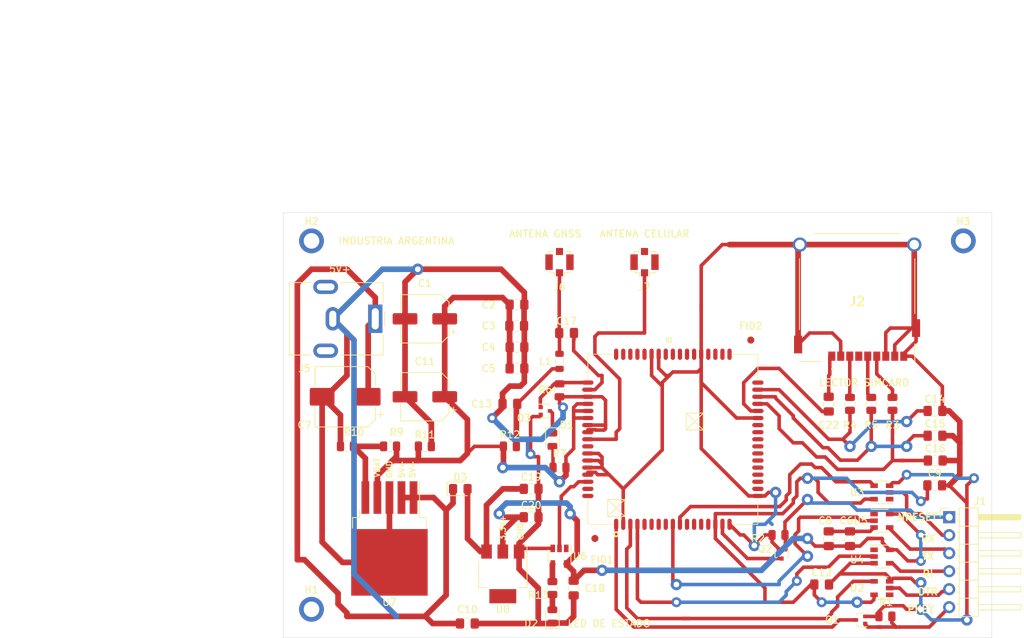
<source format=kicad_pcb>
(kicad_pcb (version 20171130) (host pcbnew 5.1.10-88a1d61d58~90~ubuntu20.04.1)
  (title_block (title "Modulo de comunicacion basado en SIM7000G") (date 2021-09-22) (rev "Diego Brengi") (company FIUBA) (comment 1 "Autor: German Velardez"))
  (layers (0 F.Cu signal) (31 B.Cu signal) (34 B.Paste user hide) (35 F.Paste user hide) (36 B.SilkS user) (37 F.SilkS user) (38 B.Mask user hide) (39 F.Mask user) (44 Edge.Cuts user))
  (net 0 "")
  (net 1 GND)
  (net 2 "Net-(C13-Pad1)")
  (net 3 "Net-(C14-Pad1)")
  (net 4 "Net-(C15-Pad1)")
  (net 5 "Net-(C16-Pad1)")
  (net 6 "Net-(C17-Pad2)")
  (net 7 "Net-(C19-Pad1)")
  (net 8 "Net-(C22-Pad1)")
  (net 9 "Net-(D1-Pad2)")
  (net 10 "Net-(D1-Pad1)")
  (net 11 "Net-(D2-Pad2)")
  (net 12 "Net-(Q1-Pad3)")
  (net 13 "Net-(Q2-Pad3)")
  (net 14 "Net-(Q3-Pad1)")
  (net 15 "Net-(R10-Pad1)")
  (net 16 "Net-(R13-Pad2)")
  (net 17 "Net-(U1-Pad3)")
  (net 18 "Net-(U1-Pad4)")
  (net 19 "Net-(U1-Pad9)")
  (net 20 "Net-(U1-Pad10)")
  (net 21 "Net-(U1-Pad66)")
  (net 22 "Net-(C22-Pad2)")
  (net 23 "Net-(J2-PadP7)")
  (net 24 "Net-(J2-PadP3)")
  (net 25 "Net-(J2-PadP2)")
  (net 26 "Net-(C17-Pad1)")
  (net 27 +BATT)
  (net 28 +3V3)
  (net 29 +5VD)
  (net 30 VDD)
  (net 31 /POWERKEY)
  (net 32 /NRESET)
  (net 33 "Net-(U1-Pad5)")
  (net 34 "Net-(U1-Pad6)")
  (net 35 "Net-(U1-Pad7)")
  (net 36 "Net-(U1-Pad8)")
  (net 37 "Net-(U1-Pad11)")
  (net 38 "Net-(U1-Pad12)")
  (net 39 "Net-(U1-Pad13)")
  (net 40 "Net-(U1-Pad14)")
  (net 41 "Net-(U1-Pad23)")
  (net 42 "Net-(U1-Pad24)")
  (net 43 "Net-(U1-Pad25)")
  (net 44 "Net-(U1-Pad27)")
  (net 45 "Net-(U1-Pad28)")
  (net 46 "Net-(U1-Pad34)")
  (net 47 "Net-(U1-Pad37)")
  (net 48 "Net-(U1-Pad38)")
  (net 49 "Net-(U1-Pad48)")
  (net 50 "Net-(U1-Pad49)")
  (net 51 "Net-(U1-Pad50)")
  (net 52 "Net-(U1-Pad67)")
  (net 53 "Net-(U1-Pad68)")
  (net 54 "Net-(J2-PadP6)")
  (net 55 "Net-(J7-Pad1)")
  (net 56 /RX)
  (net 57 /TX)
  (net 58 /RI)
  (net 59 /DTR)
  (module Package_TO_SOT_SMD:SOT-23-5 (layer F.Cu) (at 159.5 123.5)
    (fp_text reference U5 (at -3 0) (layer F.SilkS))
    (fp_text value SN74LV1T34DCKR)
    (pad 1 smd rect (at -1.1 -0.95) (size 1.06 0.65) (layers F.Cu F.Paste F.Mask))
    (pad 2 smd rect (at -1.1 0) (size 1.06 0.65) (layers F.Cu F.Paste F.Mask) (net 19 "Net-(U1-Pad9)") (clearance 0.1))
    (pad 3 smd rect (at -1.1 0.95) (size 1.06 0.65) (layers F.Cu F.Paste F.Mask) (net 1 GND) (clearance 0.2))
    (pad 4 smd rect (at 1.1 0.95) (size 1.06 0.65) (layers F.Cu F.Paste F.Mask) (net 57 /TX))
    (pad 5 smd rect (at 1.1 -0.95) (size 1.06 0.65) (layers F.Cu F.Paste F.Mask) (net 28 +3V3))
  )
  (module SIM7000G:SIM7000 (layer F.Cu) (at 130 112 90)
    (fp_text reference U1 (at 14 -0.5 180) (layer F.SilkS) (effects (font (size 0.7112 0.4572) (thickness 0.1143))))
    (fp_text value SIM7000G hide)
    (pad 1 smd oval (at -12 -8 180) (size 0.6 1.6) (layers F.Cu F.Paste F.Mask) (net 12 "Net-(Q1-Pad3)"))
    (pad 2 smd oval (at -12 -7 180) (size 0.6 1.6) (layers F.Cu F.Paste F.Mask) (net 1 GND))
    (pad 3 smd oval (at -12 -6 180) (size 0.6 1.6) (layers F.Cu F.Paste F.Mask) (net 17 "Net-(U1-Pad3)"))
    (pad 4 smd oval (at -12 -5 180) (size 0.6 1.6) (layers F.Cu F.Paste F.Mask) (net 18 "Net-(U1-Pad4)"))
    (pad 5 smd oval (at -12 -4 180) (size 0.6 1.6) (layers F.Cu F.Paste F.Mask) (net 33 "Net-(U1-Pad5)"))
    (pad 6 smd oval (at -12 -3 180) (size 0.6 1.6) (layers F.Cu F.Paste F.Mask) (net 34 "Net-(U1-Pad6)"))
    (pad 7 smd oval (at -12 -2 180) (size 0.6 1.6) (layers F.Cu F.Paste F.Mask) (net 35 "Net-(U1-Pad7)"))
    (pad 8 smd oval (at -12 -1 180) (size 0.6 1.6) (layers F.Cu F.Paste F.Mask) (net 36 "Net-(U1-Pad8)"))
    (pad 9 smd oval (at -12 0 180) (size 0.6 1.6) (layers F.Cu F.Paste F.Mask) (net 19 "Net-(U1-Pad9)"))
    (pad 10 smd oval (at -12 1 180) (size 0.6 1.6) (layers F.Cu F.Paste F.Mask) (net 20 "Net-(U1-Pad10)"))
    (pad 11 smd oval (at -12 2 180) (size 0.6 1.6) (layers F.Cu F.Paste F.Mask) (net 37 "Net-(U1-Pad11)"))
    (pad 12 smd oval (at -12 3 180) (size 0.6 1.6) (layers F.Cu F.Paste F.Mask) (net 38 "Net-(U1-Pad12)"))
    (pad 13 smd oval (at -12 4 180) (size 0.6 1.6) (layers F.Cu F.Paste F.Mask) (net 39 "Net-(U1-Pad13)"))
    (pad 14 smd oval (at -12 5 180) (size 0.6 1.6) (layers F.Cu F.Paste F.Mask) (net 40 "Net-(U1-Pad14)"))
    (pad 15 smd oval (at -12 6 180) (size 0.6 1.6) (layers F.Cu F.Paste F.Mask) (net 30 VDD))
    (pad 16 smd oval (at -12 7 180) (size 0.6 1.6) (layers F.Cu F.Paste F.Mask) (net 13 "Net-(Q2-Pad3)"))
    (pad 17 smd oval (at -12 8 180) (size 0.6 1.6) (layers F.Cu F.Paste F.Mask) (net 1 GND))
    (pad 18 smd oval (at -8 12 90) (size 0.6 1.6) (layers F.Cu F.Paste F.Mask) (net 1 GND))
    (pad 19 smd oval (at -7 12 90) (size 0.6 1.6) (layers F.Cu F.Paste F.Mask))
    (pad 20 smd oval (at -6 12 90) (size 0.6 1.6) (layers F.Cu F.Paste F.Mask))
    (pad 21 smd oval (at -5 12 90) (size 0.6 1.6) (layers F.Cu F.Paste F.Mask))
    (pad 22 smd oval (at -4 12 90) (size 0.6 1.6) (layers F.Cu F.Paste F.Mask))
    (pad 23 smd oval (at -3 12 90) (size 0.6 1.6) (layers F.Cu F.Paste F.Mask) (net 41 "Net-(U1-Pad23)"))
    (pad 24 smd oval (at -2 12 90) (size 0.6 1.6) (layers F.Cu F.Paste F.Mask) (net 42 "Net-(U1-Pad24)"))
    (pad 25 smd oval (at -1 12 90) (size 0.6 1.6) (layers F.Cu F.Paste F.Mask) (net 43 "Net-(U1-Pad25)"))
    (pad 26 smd oval (at 0 12 90) (size 0.6 1.6) (layers F.Cu F.Paste F.Mask))
    (pad 27 smd oval (at 1 12 90) (size 0.6 1.6) (layers F.Cu F.Paste F.Mask) (net 44 "Net-(U1-Pad27)"))
    (pad 28 smd oval (at 2 12 90) (size 0.6 1.6) (layers F.Cu F.Paste F.Mask) (net 45 "Net-(U1-Pad28)"))
    (pad 29 smd oval (at 3 12 90) (size 0.6 1.6) (layers F.Cu F.Paste F.Mask) (net 1 GND))
    (pad 30 smd oval (at 4 12 90) (size 0.6 1.6) (layers F.Cu F.Paste F.Mask) (net 22 "Net-(C22-Pad2)"))
    (pad 31 smd oval (at 5 12 90) (size 0.6 1.6) (layers F.Cu F.Paste F.Mask) (net 5 "Net-(C16-Pad1)"))
    (pad 32 smd oval (at 6 12 90) (size 0.6 1.6) (layers F.Cu F.Paste F.Mask) (net 4 "Net-(C15-Pad1)"))
    (pad 33 smd oval (at 7 12 90) (size 0.6 1.6) (layers F.Cu F.Paste F.Mask) (net 3 "Net-(C14-Pad1)"))
    (pad 34 smd oval (at 8 12 90) (size 0.6 1.6) (layers F.Cu F.Paste F.Mask) (net 46 "Net-(U1-Pad34)"))
    (pad 35 smd oval (at 12 8 180) (size 0.6 1.6) (layers F.Cu F.Paste F.Mask))
    (pad 36 smd oval (at 12 7 180) (size 0.6 1.6) (layers F.Cu F.Paste F.Mask))
    (pad 37 smd oval (at 12 6 180) (size 0.6 1.6) (layers F.Cu F.Paste F.Mask) (net 47 "Net-(U1-Pad37)"))
    (pad 38 smd oval (at 12 5 180) (size 0.6 1.6) (layers F.Cu F.Paste F.Mask) (net 48 "Net-(U1-Pad38)"))
    (pad 39 smd oval (at 12 4 180) (size 0.6 1.6) (layers F.Cu F.Paste F.Mask) (net 1 GND))
    (pad 40 smd oval (at 12 3 180) (size 0.6 1.6) (layers F.Cu F.Paste F.Mask))
    (pad 41 smd oval (at 12 2 180) (size 0.6 1.6) (layers F.Cu F.Paste F.Mask))
    (pad 42 smd oval (at 12 1 180) (size 0.6 1.6) (layers F.Cu F.Paste F.Mask))
    (pad 43 smd oval (at 12 0 180) (size 0.6 1.6) (layers F.Cu F.Paste F.Mask))
    (pad 44 smd oval (at 12 -1 180) (size 0.6 1.6) (layers F.Cu F.Paste F.Mask))
    (pad 45 smd oval (at 12 -2 180) (size 0.6 1.6) (layers F.Cu F.Paste F.Mask) (net 1 GND))
    (pad 46 smd oval (at 12 -3 180) (size 0.6 1.6) (layers F.Cu F.Paste F.Mask) (net 1 GND))
    (pad 47 smd oval (at 12 -4 180) (size 0.6 1.6) (layers F.Cu F.Paste F.Mask))
    (pad 48 smd oval (at 12 -5 180) (size 0.6 1.6) (layers F.Cu F.Paste F.Mask) (net 49 "Net-(U1-Pad48)"))
    (pad 49 smd oval (at 12 -6 180) (size 0.6 1.6) (layers F.Cu F.Paste F.Mask) (net 50 "Net-(U1-Pad49)"))
    (pad 50 smd oval (at 12 -7 180) (size 0.6 1.6) (layers F.Cu F.Paste F.Mask) (net 51 "Net-(U1-Pad50)"))
    (pad 51 smd oval (at 12 -8 180) (size 0.6 1.6) (layers F.Cu F.Paste F.Mask))
    (pad 52 smd oval (at 8 -12 90) (size 0.6 1.6) (layers F.Cu F.Paste F.Mask) (net 14 "Net-(Q3-Pad1)"))
    (pad 53 smd oval (at 7 -12 90) (size 0.6 1.6) (layers F.Cu F.Paste F.Mask) (net 6 "Net-(C17-Pad2)"))
    (pad 54 smd oval (at 6 -12 90) (size 0.6 1.6) (layers F.Cu F.Paste F.Mask) (net 1 GND))
    (pad 55 smd oval (at 5 -12 90) (size 0.6 1.6) (layers F.Cu F.Paste F.Mask) (net 27 +BATT))
    (pad 56 smd oval (at 4 -12 90) (size 0.6 1.6) (layers F.Cu F.Paste F.Mask) (net 27 +BATT))
    (pad 57 smd oval (at 3 -12 90) (size 0.6 1.6) (layers F.Cu F.Paste F.Mask) (net 27 +BATT))
    (pad 58 smd oval (at 2 -12 90) (size 0.6 1.6) (layers F.Cu F.Paste F.Mask) (net 1 GND))
    (pad 59 smd oval (at 1 -12 90) (size 0.6 1.6) (layers F.Cu F.Paste F.Mask) (net 1 GND))
    (pad 60 smd oval (at 0 -12 90) (size 0.6 1.6) (layers F.Cu F.Paste F.Mask) (net 55 "Net-(J7-Pad1)"))
    (pad 61 smd oval (at -1 -12 90) (size 0.6 1.6) (layers F.Cu F.Paste F.Mask) (net 1 GND))
    (pad 62 smd oval (at -2 -12 90) (size 0.6 1.6) (layers F.Cu F.Paste F.Mask) (net 1 GND))
    (pad 63 smd oval (at -3 -12 90) (size 0.6 1.6) (layers F.Cu F.Paste F.Mask) (net 1 GND))
    (pad 64 smd oval (at -4 -12 90) (size 0.6 1.6) (layers F.Cu F.Paste F.Mask) (net 1 GND))
    (pad 65 smd oval (at -5 -12 90) (size 0.6 1.6) (layers F.Cu F.Paste F.Mask) (net 1 GND))
    (pad 66 smd oval (at -6 -12 90) (size 0.6 1.6) (layers F.Cu F.Paste F.Mask) (net 21 "Net-(U1-Pad66)"))
    (pad 67 smd oval (at -7 -12 90) (size 0.6 1.6) (layers F.Cu F.Paste F.Mask) (net 52 "Net-(U1-Pad67)"))
    (pad 68 smd oval (at -8 -12 90) (size 0.6 1.6) (layers F.Cu F.Paste F.Mask) (net 53 "Net-(U1-Pad68)"))
  )
  (module Package_TO_SOT_SMD:SOT-23-5 (layer F.Cu) (at 159.5 133 180)
    (fp_text reference U2 (at 3.5 0) (layer F.SilkS))
    (fp_text value SN74LV1T34DCKR)
    (pad 5 smd rect (at 1.1 -0.95 180) (size 1.06 0.65) (layers F.Cu F.Paste F.Mask) (net 30 VDD))
    (pad 4 smd rect (at 1.1 0.95 180) (size 1.06 0.65) (layers F.Cu F.Paste F.Mask) (net 17 "Net-(U1-Pad3)"))
    (pad 3 smd rect (at -1.1 0.95 180) (size 1.06 0.65) (layers F.Cu F.Paste F.Mask) (net 1 GND))
    (pad 2 smd rect (at -1.1 0 180) (size 1.06 0.65) (layers F.Cu F.Paste F.Mask) (net 59 /DTR))
    (pad 1 smd rect (at -1.1 -0.95 180) (size 1.06 0.65) (layers F.Cu F.Paste F.Mask))
  )
  (module Capacitor_SMD:CP_Elec_6.3x9.9 (layer F.Cu) (at 95 95 180)
    (fp_text reference C1 (at 0 5) (layer F.SilkS))
    (fp_text value 100uFx16V)
    (pad 2 smd roundrect (at 2.8 0 180) (size 3.5 1.6) (layers F.Cu F.Paste F.Mask) (roundrect_rratio 0.15625) (net 1 GND))
    (pad 1 smd roundrect (at -2.8 0 180) (size 3.5 1.6) (layers F.Cu F.Paste F.Mask) (roundrect_rratio 0.15625) (net 27 +BATT))
  )
  (module Capacitor_SMD:C_0805_2012Metric_Pad1.18x1.45mm_HandSolder (layer F.Cu) (at 108 93)
    (fp_text reference C2 (at -4 0.0375) (layer F.SilkS))
    (fp_text value 1uF)
    (pad 2 smd roundrect (at 1.0375 0) (size 1.175 1.45) (layers F.Cu F.Paste F.Mask) (roundrect_rratio 0.212766) (net 1 GND))
    (pad 1 smd roundrect (at -1.0375 0) (size 1.175 1.45) (layers F.Cu F.Paste F.Mask) (roundrect_rratio 0.212766) (net 27 +BATT))
  )
  (module Capacitor_SMD:C_0805_2012Metric_Pad1.18x1.45mm_HandSolder (layer F.Cu) (at 107.9625 96)
    (fp_text reference C3 (at -3.9625 0) (layer F.SilkS))
    (fp_text value 100nF)
    (pad 2 smd roundrect (at 1.0375 0) (size 1.175 1.45) (layers F.Cu F.Paste F.Mask) (roundrect_rratio 0.212766) (net 1 GND))
    (pad 1 smd roundrect (at -1.0375 0) (size 1.175 1.45) (layers F.Cu F.Paste F.Mask) (roundrect_rratio 0.212766) (net 27 +BATT))
  )
  (module Capacitor_SMD:C_0805_2012Metric_Pad1.18x1.45mm_HandSolder (layer F.Cu) (at 108 99)
    (fp_text reference C4 (at -4 0) (layer F.SilkS))
    (fp_text value 47pF)
    (pad 1 smd roundrect (at -1.0375 0) (size 1.175 1.45) (layers F.Cu F.Paste F.Mask) (roundrect_rratio 0.212766) (net 27 +BATT))
    (pad 2 smd roundrect (at 1.0375 0) (size 1.175 1.45) (layers F.Cu F.Paste F.Mask) (roundrect_rratio 0.212766) (net 1 GND))
  )
  (module Capacitor_SMD:C_0805_2012Metric_Pad1.18x1.45mm_HandSolder (layer F.Cu) (at 108 102)
    (fp_text reference C5 (at -4 0) (layer F.SilkS))
    (fp_text value 100nF)
    (pad 2 smd roundrect (at 1.0375 0) (size 1.175 1.45) (layers F.Cu F.Paste F.Mask) (roundrect_rratio 0.212766) (net 1 GND))
    (pad 1 smd roundrect (at -1.0375 0) (size 1.175 1.45) (layers F.Cu F.Paste F.Mask) (roundrect_rratio 0.212766) (net 27 +BATT))
  )
  (module Capacitor_SMD:CP_Elec_8x10 (layer F.Cu) (at 83.75 106 180)
    (fp_text reference C7 (at 5.75 -4) (layer F.SilkS))
    (fp_text value 470uFx16V)
    (pad 1 smd roundrect (at -3.25 0 180) (size 3.5 2.5) (layers F.Cu F.Paste F.Mask) (roundrect_rratio 0.1) (net 29 +5VD))
    (pad 2 smd roundrect (at 3.25 0 180) (size 3.5 2.5) (layers F.Cu F.Paste F.Mask) (roundrect_rratio 0.1) (net 1 GND))
  )
  (module Capacitor_SMD:C_0805_2012Metric_Pad1.18x1.45mm_HandSolder (layer F.Cu) (at 152 126.0375 270)
    (fp_text reference C8 (at -2.5375 0.5 180) (layer F.SilkS))
    (fp_text value 100nF)
    (pad 2 smd roundrect (at 1.0375 0 270) (size 1.175 1.45) (layers F.Cu F.Paste F.Mask) (roundrect_rratio 0.212766) (net 28 +3V3))
    (pad 1 smd roundrect (at -1.0375 0 270) (size 1.175 1.45) (layers F.Cu F.Paste F.Mask) (roundrect_rratio 0.212766) (net 1 GND))
  )
  (module Capacitor_SMD:C_0805_2012Metric_Pad1.18x1.45mm_HandSolder (layer F.Cu) (at 166.9625 118.5)
    (fp_text reference C9 (at 0 -1.68) (layer F.SilkS))
    (fp_text value 100nF)
    (pad 2 smd roundrect (at 1.0375 0) (size 1.175 1.45) (layers F.Cu F.Paste F.Mask) (roundrect_rratio 0.212766) (net 1 GND))
    (pad 1 smd roundrect (at -1.0375 0) (size 1.175 1.45) (layers F.Cu F.Paste F.Mask) (roundrect_rratio 0.212766) (net 30 VDD))
  )
  (module Capacitor_SMD:C_0805_2012Metric_Pad1.18x1.45mm_HandSolder (layer F.Cu) (at 101 138)
    (fp_text reference C10 (at 0 -2) (layer F.SilkS))
    (fp_text value 1uF)
    (pad 1 smd roundrect (at -1.0375 0) (size 1.175 1.45) (layers F.Cu F.Paste F.Mask) (roundrect_rratio 0.212766) (net 29 +5VD))
    (pad 2 smd roundrect (at 1.0375 0) (size 1.175 1.45) (layers F.Cu F.Paste F.Mask) (roundrect_rratio 0.212766) (net 1 GND))
  )
  (module Capacitor_SMD:CP_Elec_6.3x9.9 (layer F.Cu) (at 95 106 180)
    (fp_text reference C11 (at 0 5) (layer F.SilkS))
    (fp_text value 100uFx16V)
    (pad 1 smd roundrect (at -2.8 0 180) (size 3.5 1.6) (layers F.Cu F.Paste F.Mask) (roundrect_rratio 0.15625) (net 27 +BATT))
    (pad 2 smd roundrect (at 2.8 0 180) (size 3.5 1.6) (layers F.Cu F.Paste F.Mask) (roundrect_rratio 0.15625) (net 1 GND))
  )
  (module Capacitor_SMD:C_0805_2012Metric_Pad1.18x1.45mm_HandSolder (layer F.Cu) (at 107 107 180)
    (fp_text reference C13 (at 4 0) (layer F.SilkS))
    (fp_text value 47pF)
    (pad 2 smd roundrect (at 1.0375 0 180) (size 1.175 1.45) (layers F.Cu F.Paste F.Mask) (roundrect_rratio 0.212766) (net 1 GND))
    (pad 1 smd roundrect (at -1.0375 0 180) (size 1.175 1.45) (layers F.Cu F.Paste F.Mask) (roundrect_rratio 0.212766) (net 2 "Net-(C13-Pad1)"))
  )
  (module Capacitor_SMD:C_0805_2012Metric_Pad1.18x1.45mm_HandSolder (layer F.Cu) (at 167 108)
    (fp_text reference C14 (at 0 -1.68) (layer F.SilkS))
    (fp_text value 47pF)
    (pad 1 smd roundrect (at -1.0375 0) (size 1.175 1.45) (layers F.Cu F.Paste F.Mask) (roundrect_rratio 0.212766) (net 3 "Net-(C14-Pad1)"))
    (pad 2 smd roundrect (at 1.0375 0) (size 1.175 1.45) (layers F.Cu F.Paste F.Mask) (roundrect_rratio 0.212766) (net 1 GND))
  )
  (module Capacitor_SMD:C_0805_2012Metric_Pad1.18x1.45mm_HandSolder (layer F.Cu) (at 167 111.5)
    (fp_text reference C15 (at 0 -1.68) (layer F.SilkS))
    (fp_text value 47pF)
    (pad 2 smd roundrect (at 1.0375 0) (size 1.175 1.45) (layers F.Cu F.Paste F.Mask) (roundrect_rratio 0.212766) (net 1 GND))
    (pad 1 smd roundrect (at -1.0375 0) (size 1.175 1.45) (layers F.Cu F.Paste F.Mask) (roundrect_rratio 0.212766) (net 4 "Net-(C15-Pad1)"))
  )
  (module Capacitor_SMD:C_0805_2012Metric_Pad1.18x1.45mm_HandSolder (layer F.Cu) (at 167.0375 115)
    (fp_text reference C16 (at 0 -1.68) (layer F.SilkS))
    (fp_text value 47pF)
    (pad 1 smd roundrect (at -1.0375 0) (size 1.175 1.45) (layers F.Cu F.Paste F.Mask) (roundrect_rratio 0.212766) (net 5 "Net-(C16-Pad1)"))
    (pad 2 smd roundrect (at 1.0375 0) (size 1.175 1.45) (layers F.Cu F.Paste F.Mask) (roundrect_rratio 0.212766) (net 1 GND))
  )
  (module Capacitor_SMD:C_0805_2012Metric_Pad1.18x1.45mm_HandSolder (layer F.Cu) (at 115 97)
    (fp_text reference C17 (at 0 -1.68) (layer F.SilkS))
    (fp_text value 47pF)
    (pad 1 smd roundrect (at -1.0375 0) (size 1.175 1.45) (layers F.Cu F.Paste F.Mask) (roundrect_rratio 0.212766) (net 26 "Net-(C17-Pad1)"))
    (pad 2 smd roundrect (at 1.0375 0) (size 1.175 1.45) (layers F.Cu F.Paste F.Mask) (roundrect_rratio 0.212766) (net 6 "Net-(C17-Pad2)"))
  )
  (module Capacitor_SMD:C_0805_2012Metric_Pad1.18x1.45mm_HandSolder (layer F.Cu) (at 116 133 270)
    (fp_text reference C18 (at 0 -3 180) (layer F.SilkS))
    (fp_text value 100nF)
    (pad 1 smd roundrect (at -1.0375 0 270) (size 1.175 1.45) (layers F.Cu F.Paste F.Mask) (roundrect_rratio 0.212766) (net 28 +3V3))
    (pad 2 smd roundrect (at 1.0375 0 270) (size 1.175 1.45) (layers F.Cu F.Paste F.Mask) (roundrect_rratio 0.212766) (net 1 GND))
  )
  (module Capacitor_SMD:C_0805_2012Metric_Pad1.18x1.45mm_HandSolder (layer F.Cu) (at 110 119)
    (fp_text reference C19 (at 0 -1.68) (layer F.SilkS))
    (fp_text value 10uF)
    (pad 2 smd roundrect (at 1.0375 0) (size 1.175 1.45) (layers F.Cu F.Paste F.Mask) (roundrect_rratio 0.212766) (net 1 GND))
    (pad 1 smd roundrect (at -1.0375 0) (size 1.175 1.45) (layers F.Cu F.Paste F.Mask) (roundrect_rratio 0.212766) (net 7 "Net-(C19-Pad1)"))
  )
  (module Capacitor_SMD:C_0805_2012Metric_Pad1.18x1.45mm_HandSolder (layer F.Cu) (at 110 123)
    (fp_text reference C20 (at 0 -1.68) (layer F.SilkS))
    (fp_text value 10uF)
    (pad 1 smd roundrect (at -1.0375 0) (size 1.175 1.45) (layers F.Cu F.Paste F.Mask) (roundrect_rratio 0.212766) (net 28 +3V3))
    (pad 2 smd roundrect (at 1.0375 0) (size 1.175 1.45) (layers F.Cu F.Paste F.Mask) (roundrect_rratio 0.212766) (net 1 GND))
  )
  (module Capacitor_SMD:C_0805_2012Metric_Pad1.18x1.45mm_HandSolder (layer F.Cu) (at 152 107.0375 270)
    (fp_text reference C22 (at 2.9625 0 180) (layer F.SilkS))
    (fp_text value 100nF)
    (pad 1 smd roundrect (at -1.0375 0 270) (size 1.175 1.45) (layers F.Cu F.Paste F.Mask) (roundrect_rratio 0.212766) (net 8 "Net-(C22-Pad1)"))
    (pad 2 smd roundrect (at 1.0375 0 270) (size 1.175 1.45) (layers F.Cu F.Paste F.Mask) (roundrect_rratio 0.212766) (net 22 "Net-(C22-Pad2)"))
  )
  (module LED_SMD:LED_0805_2012Metric (layer F.Cu) (at 113 112.0625 270)
    (fp_text reference D1 (at -2.0625 -2 180) (layer F.SilkS))
    (fp_text value LED)
    (pad 1 smd roundrect (at -0.9375 0 270) (size 0.975 1.4) (layers F.Cu F.Paste F.Mask) (net 10 "Net-(D1-Pad1)"))
    (pad 2 smd roundrect (at 0.9375 0 270) (size 0.975 1.4) (layers F.Cu F.Paste F.Mask) (net 9 "Net-(D1-Pad2)"))
  )
  (module LED_SMD:LED_0805_2012Metric (layer F.Cu) (at 113 137 90)
    (fp_text reference D2 (at -1 -3 180) (layer F.SilkS))
    (fp_text value LED)
    (pad 2 smd roundrect (at 0.9375 0 90) (size 0.975 1.4) (layers F.Cu F.Paste F.Mask) (net 11 "Net-(D2-Pad2)"))
    (pad 1 smd roundrect (at -0.9375 0 90) (size 0.975 1.4) (layers F.Cu F.Paste F.Mask) (net 1 GND))
  )
  (module Diode_SMD:D_0805_2012Metric_Pad1.15x1.40mm_HandSolder (layer F.Cu) (at 100 119)
    (fp_text reference D3 (at 0 -1.65) (layer F.SilkS))
    (fp_text value DIODE)
    (pad 1 smd roundrect (at -1.025 0) (size 1.15 1.4) (layers F.Cu F.Paste F.Mask) (roundrect_rratio 0.217391) (net 29 +5VD))
    (pad 2 smd roundrect (at 1.025 0) (size 1.15 1.4) (layers F.Cu F.Paste F.Mask) (roundrect_rratio 0.217391) (net 7 "Net-(C19-Pad1)"))
  )
  (module Fiducial:Fiducial_1mm_Mask2mm (layer F.Cu) (at 119 126)
    (fp_text reference FID1 (at 1 3) (layer F.SilkS))
    (fp_text value Fiducial)
    (pad "" smd circle (at 0 0) (size 1 1) (layers F.Cu F.Mask) (clearance 0.5))
  )
  (module Fiducial:Fiducial_1mm_Mask2mm (layer F.Cu) (at 141 98)
    (fp_text reference FID2 (at 0 -2) (layer F.SilkS))
    (fp_text value Fiducial)
    (pad "" smd circle (at 0 0) (size 1 1) (layers F.Cu F.Mask) (clearance 0.5))
  )
  (module MountingHole:MountingHole_2.2mm_M2_ISO7380_Pad_TopBottom (layer F.Cu) (at 79 136)
    (fp_text reference H1 (at 0 -2.75) (layer F.SilkS))
    (fp_text value MountingHole)
    (pad 1 connect circle (at 0 0) (size 3.5 3.5) (layers B.Cu B.Mask))
    (pad 1 connect circle (at 0 0) (size 3.5 3.5) (layers F.Cu F.Mask))
    (pad 1 thru_hole circle (at 0 0) (size 2.6 2.6) (drill 2.2) (layers *.Cu *.Mask))
  )
  (module MountingHole:MountingHole_2.2mm_M2_ISO7380_Pad_TopBottom (layer F.Cu) (at 79 84)
    (fp_text reference H2 (at 0 -2.75) (layer F.SilkS))
    (fp_text value MountingHole)
    (pad 1 thru_hole circle (at 0 0) (size 2.6 2.6) (drill 2.2) (layers *.Cu *.Mask))
    (pad 1 connect circle (at 0 0) (size 3.5 3.5) (layers F.Cu F.Mask))
    (pad 1 connect circle (at 0 0) (size 3.5 3.5) (layers B.Cu B.Mask))
  )
  (module MountingHole:MountingHole_2.2mm_M2_ISO7380_Pad_TopBottom (layer F.Cu) (at 171 84)
    (fp_text reference H3 (at 0 -2.75) (layer F.SilkS))
    (fp_text value MountingHole)
    (pad 1 thru_hole circle (at 0 0) (size 2.6 2.6) (drill 2.2) (layers *.Cu *.Mask))
    (pad 1 connect circle (at 0 0) (size 3.5 3.5) (layers F.Cu F.Mask))
    (pad 1 connect circle (at 0 0) (size 3.5 3.5) (layers B.Cu B.Mask))
  )
  (module 115Q-BCA0:115QBCA0 (layer F.Cu) (at 156 92 180)
    (fp_text reference J2 (at 0 -0.55) (layer F.SilkS) (effects (font (size 1.27 1.27) (thickness 0.254))))
    (fp_text value 115Q-BCA0 hide)
    (pad G1 thru_hole circle (at -8.07 7.475 180) (size 2.019 2.019) (drill 1.34629) (layers *.Cu *.Mask) (net 1 GND))
    (pad G2 thru_hole circle (at 8.07 7.475 180) (size 2.019 2.019) (drill 1.34629) (layers *.Cu *.Mask) (net 1 GND))
    (pad G3 smd rect (at -8.325 -4.305 180) (size 1.15 2.5) (layers F.Cu F.Paste F.Mask) (net 1 GND))
    (pad G4 smd rect (at 8.325 -6.625 180) (size 1.15 2.5) (layers F.Cu F.Paste F.Mask) (net 1 GND))
    (pad P1 smd rect (at 3.57 -8.275 180) (size 1 1.3) (layers F.Cu F.Paste F.Mask) (net 8 "Net-(C22-Pad1)"))
    (pad P2 smd rect (at 1.03 -8.275 180) (size 1 1.3) (layers F.Cu F.Paste F.Mask) (net 25 "Net-(J2-PadP2)"))
    (pad P3 smd rect (at -1.51 -8.275 180) (size 1 1.3) (layers F.Cu F.Paste F.Mask) (net 24 "Net-(J2-PadP3)"))
    (pad P4 smd rect (at -4.05 -8.275 180) (size 1 1.3) (layers F.Cu F.Paste F.Mask) (net 1 GND))
    (pad P5 smd rect (at 2.3 -8.275 180) (size 1 1.3) (layers F.Cu F.Paste F.Mask) (net 1 GND))
    (pad P6 smd rect (at -0.24 -8.275 180) (size 1 1.3) (layers F.Cu F.Paste F.Mask) (net 54 "Net-(J2-PadP6)"))
    (pad P7 smd rect (at -2.78 -8.275 180) (size 1 1.3) (layers F.Cu F.Paste F.Mask) (net 23 "Net-(J2-PadP7)") (clearance 0.2))
    (pad P8 smd rect (at -5.32 -8.275 180) (size 1 1.3) (layers F.Cu F.Paste F.Mask) (net 1 GND) (clearance 0.1))
    (pad CD1 smd rect (at -6.59 -8.275 180) (size 1 1.3) (layers F.Cu F.Paste F.Mask) (net 1 GND) (clearance 0.2))
  )
  (module Connector_BarrelJack:BarrelJack_CUI_PJ-063AH_Horizontal (layer F.Cu) (at 88 95 270)
    (fp_text reference J5 (at 7 10 180) (layer F.SilkS))
    (fp_text value Jack-DC)
    (pad 1 thru_hole rect (at 0 0 270) (size 4 2) (drill oval 3 1) (layers *.Cu *.Mask) (net 29 +5VD))
    (pad 2 thru_hole oval (at 0 6 270) (size 3.3 2) (drill oval 2.3 1) (layers *.Cu *.Mask) (net 1 GND))
    (pad MP thru_hole oval (at -4.5 7 270) (size 2 3.5) (drill oval 1 2.5) (layers *.Cu *.Mask))
    (pad MP thru_hole oval (at 4.5 7 270) (size 2 3.5) (drill oval 1 2.5) (layers *.Cu *.Mask))
    (pad "" np_thru_hole circle (at 0 9 270) (size 1.6 1.6) (drill 1.6) (layers *.Cu *.Mask))
  )
  (module Connector_Coaxial:U.FL_Molex_MCRF_73412-0110_Vertical (layer F.Cu) (at 114 87)
    (fp_text reference J6 (at 0 3.5) (layer F.SilkS))
    (fp_text value 1661)
    (pad 1 smd rect (at 0 1.5) (size 1 1) (layers F.Cu F.Paste F.Mask) (net 26 "Net-(C17-Pad1)"))
    (pad 2 smd rect (at 0 -1.5) (size 1 1) (layers F.Cu F.Paste F.Mask))
    (pad 2 smd rect (at 1.475 0) (size 1.05 2.2) (layers F.Cu F.Paste F.Mask))
    (pad 2 smd rect (at -1.475 0) (size 1.05 2.2) (layers F.Cu F.Paste F.Mask))
  )
  (module Connector_Coaxial:U.FL_Molex_MCRF_73412-0110_Vertical (layer F.Cu) (at 126 87)
    (fp_text reference J7 (at 0 3.5) (layer F.SilkS))
    (fp_text value 1661)
    (pad 2 smd rect (at -1.475 0) (size 1.05 2.2) (layers F.Cu F.Paste F.Mask))
    (pad 2 smd rect (at 1.475 0) (size 1.05 2.2) (layers F.Cu F.Paste F.Mask))
    (pad 2 smd rect (at 0 -1.5) (size 1 1) (layers F.Cu F.Paste F.Mask))
    (pad 1 smd rect (at 0 1.5) (size 1 1) (layers F.Cu F.Paste F.Mask) (net 55 "Net-(J7-Pad1)"))
  )
  (module Inductor_SMD:L_0805_2012Metric (layer F.Cu) (at 114 101 90)
    (fp_text reference L1 (at 0 -2 180) (layer F.SilkS))
    (fp_text value 47nH)
    (pad 1 smd roundrect (at -1.0625 0 90) (size 0.875 1.2) (layers F.Cu F.Paste F.Mask) (net 2 "Net-(C13-Pad1)"))
    (pad 2 smd roundrect (at 1.0625 0 90) (size 0.875 1.2) (layers F.Cu F.Paste F.Mask) (net 26 "Net-(C17-Pad1)"))
  )
  (module Package_TO_SOT_SMD:SOT-416 (layer F.Cu) (at 112 108)
    (fp_text reference Q3 (at -3 1) (layer F.SilkS))
    (fp_text value NTE4153NT1G)
    (pad 1 smd rect (at -0.65 -0.5) (size 0.6 0.5) (layers F.Cu F.Paste F.Mask) (net 14 "Net-(Q3-Pad1)"))
    (pad 2 smd rect (at -0.65 0.5) (size 0.6 0.5) (layers F.Cu F.Paste F.Mask) (net 1 GND))
    (pad 3 smd rect (at 0.65 0) (size 0.6 0.5) (layers F.Cu F.Paste F.Mask) (net 10 "Net-(D1-Pad1)"))
  )
  (module Resistor_SMD:R_0805_2012Metric (layer F.Cu) (at 161 107 270)
    (fp_text reference R3 (at 3 0 180) (layer F.SilkS))
    (fp_text value 22)
    (pad 1 smd roundrect (at -0.9125 0 270) (size 1.025 1.4) (layers F.Cu F.Paste F.Mask) (roundrect_rratio 0.243902) (net 23 "Net-(J2-PadP7)"))
    (pad 2 smd roundrect (at 0.9125 0 270) (size 1.025 1.4) (layers F.Cu F.Paste F.Mask) (roundrect_rratio 0.243902) (net 5 "Net-(C16-Pad1)"))
  )
  (module Resistor_SMD:R_0805_2012Metric (layer F.Cu) (at 155 107 270)
    (fp_text reference R4 (at 3 0 180) (layer F.SilkS))
    (fp_text value 22)
    (pad 2 smd roundrect (at 0.9125 0 270) (size 1.025 1.4) (layers F.Cu F.Paste F.Mask) (roundrect_rratio 0.243902) (net 3 "Net-(C14-Pad1)"))
    (pad 1 smd roundrect (at -0.9125 0 270) (size 1.025 1.4) (layers F.Cu F.Paste F.Mask) (roundrect_rratio 0.243902) (net 25 "Net-(J2-PadP2)"))
  )
  (module Resistor_SMD:R_0805_2012Metric (layer F.Cu) (at 158 107 270)
    (fp_text reference R5 (at 3 0 180) (layer F.SilkS))
    (fp_text value 22)
    (pad 2 smd roundrect (at 0.9125 0 270) (size 1.025 1.4) (layers F.Cu F.Paste F.Mask) (roundrect_rratio 0.243902) (net 4 "Net-(C15-Pad1)"))
    (pad 1 smd roundrect (at -0.9125 0 270) (size 1.025 1.4) (layers F.Cu F.Paste F.Mask) (roundrect_rratio 0.243902) (net 24 "Net-(J2-PadP3)"))
  )
  (module Resistor_SMD:R_0805_2012Metric (layer F.Cu) (at 114 105.0875 90)
    (fp_text reference R6 (at 0.0875 -2 180) (layer F.SilkS))
    (fp_text value 10K)
    (pad 1 smd roundrect (at -0.9125 0 90) (size 1.025 1.4) (layers F.Cu F.Paste F.Mask) (roundrect_rratio 0.243902) (net 1 GND))
    (pad 2 smd roundrect (at 0.9125 0 90) (size 1.025 1.4) (layers F.Cu F.Paste F.Mask) (roundrect_rratio 0.243902) (net 14 "Net-(Q3-Pad1)"))
  )
  (module Resistor_SMD:R_0805_2012Metric (layer F.Cu) (at 114 116 180)
    (fp_text reference R7 (at 0 2) (layer F.SilkS))
    (fp_text value 330)
    (pad 1 smd roundrect (at -0.9125 0 180) (size 1.025 1.4) (layers F.Cu F.Paste F.Mask) (roundrect_rratio 0.243902) (net 27 +BATT))
    (pad 2 smd roundrect (at 0.9125 0 180) (size 1.025 1.4) (layers F.Cu F.Paste F.Mask) (roundrect_rratio 0.243902) (net 9 "Net-(D1-Pad2)"))
  )
  (module Resistor_SMD:R_0805_2012Metric (layer F.Cu) (at 90.0875 113 180)
    (fp_text reference R9 (at -0.9125 2) (layer F.SilkS))
    (fp_text value 100K)
    (pad 2 smd roundrect (at 0.9125 0 180) (size 1.025 1.4) (layers F.Cu F.Paste F.Mask) (roundrect_rratio 0.243902) (net 15 "Net-(R10-Pad1)"))
    (pad 1 smd roundrect (at -0.9125 0 180) (size 1.025 1.4) (layers F.Cu F.Paste F.Mask) (roundrect_rratio 0.243902) (net 27 +BATT))
  )
  (module Resistor_SMD:R_0805_2012Metric (layer F.Cu) (at 84 113 180)
    (fp_text reference R10 (at -1 2) (layer F.SilkS))
    (fp_text value 47K)
    (pad 1 smd roundrect (at -0.9125 0 180) (size 1.025 1.4) (layers F.Cu F.Paste F.Mask) (roundrect_rratio 0.243902) (net 15 "Net-(R10-Pad1)"))
    (pad 2 smd roundrect (at 0.9125 0 180) (size 1.025 1.4) (layers F.Cu F.Paste F.Mask) (roundrect_rratio 0.243902) (net 1 GND))
  )
  (module Resistor_SMD:R_0805_2012Metric (layer F.Cu) (at 95 113)
    (fp_text reference R11 (at 0 -1.65) (layer F.SilkS))
    (fp_text value 470K)
    (pad 2 smd roundrect (at 0.9125 0) (size 1.025 1.4) (layers F.Cu F.Paste F.Mask) (roundrect_rratio 0.243902) (net 1 GND))
    (pad 1 smd roundrect (at -0.9125 0) (size 1.025 1.4) (layers F.Cu F.Paste F.Mask) (roundrect_rratio 0.243902) (net 27 +BATT))
  )
  (module Resistor_SMD:R_0805_2012Metric (layer F.Cu) (at 107 113)
    (fp_text reference R12 (at 0 -1.65) (layer F.SilkS))
    (fp_text value 10)
    (pad 1 smd roundrect (at -0.9125 0) (size 1.025 1.4) (layers F.Cu F.Paste F.Mask) (roundrect_rratio 0.243902) (net 27 +BATT))
    (pad 2 smd roundrect (at 0.9125 0) (size 1.025 1.4) (layers F.Cu F.Paste F.Mask) (roundrect_rratio 0.243902) (net 2 "Net-(C13-Pad1)"))
  )
  (module Resistor_SMD:R_0805_2012Metric (layer F.Cu) (at 113 133 90)
    (fp_text reference R13 (at -1 -2 180) (layer F.SilkS))
    (fp_text value 330)
    (pad 2 smd roundrect (at 0.9125 0 90) (size 1.025 1.4) (layers F.Cu F.Paste F.Mask) (roundrect_rratio 0.243902) (net 16 "Net-(R13-Pad2)"))
    (pad 1 smd roundrect (at -0.9125 0 90) (size 1.025 1.4) (layers F.Cu F.Paste F.Mask) (roundrect_rratio 0.243902) (net 11 "Net-(D2-Pad2)"))
  )
  (module Package_TO_SOT_SMD:SOT-23-5 (layer F.Cu) (at 159.5 119.5 180)
    (fp_text reference U3 (at 3.5 0) (layer F.SilkS))
    (fp_text value SN74LV1T34DCKR)
    (pad 5 smd rect (at 1.1 -0.95 180) (size 1.06 0.65) (layers F.Cu F.Paste F.Mask) (net 30 VDD))
    (pad 4 smd rect (at 1.1 0.95 180) (size 1.06 0.65) (layers F.Cu F.Paste F.Mask) (net 20 "Net-(U1-Pad10)"))
    (pad 3 smd rect (at -1.1 0.95 180) (size 1.06 0.65) (layers F.Cu F.Paste F.Mask) (net 1 GND) (clearance 0.1))
    (pad 2 smd rect (at -1.1 0 180) (size 1.06 0.65) (layers F.Cu F.Paste F.Mask) (net 56 /RX))
    (pad 1 smd rect (at -1.1 -0.95 180) (size 1.06 0.65) (layers F.Cu F.Paste F.Mask))
  )
  (module Package_TO_SOT_SMD:SOT-23-5 (layer F.Cu) (at 114 128.5 270)
    (fp_text reference U6 (at 0 -2.9 180) (layer F.SilkS))
    (fp_text value SN74LV1T34DCKR)
    (pad 1 smd rect (at -1.1 -0.95 270) (size 1.06 0.65) (layers F.Cu F.Paste F.Mask))
    (pad 2 smd rect (at -1.1 0 270) (size 1.06 0.65) (layers F.Cu F.Paste F.Mask) (net 21 "Net-(U1-Pad66)") (clearance 0.3))
    (pad 3 smd rect (at -1.1 0.95 270) (size 1.06 0.65) (layers F.Cu F.Paste F.Mask) (net 1 GND))
    (pad 4 smd rect (at 1.1 0.95 270) (size 1.06 0.65) (layers F.Cu F.Paste F.Mask) (net 16 "Net-(R13-Pad2)"))
    (pad 5 smd rect (at 1.1 -0.95 270) (size 1.06 0.65) (layers F.Cu F.Paste F.Mask) (net 28 +3V3))
  )
  (module Package_TO_SOT_SMD:TO-263-5_TabPin3 (layer F.Cu) (at 90 126 270)
    (fp_text reference U7 (at 9 0 180) (layer F.SilkS))
    (fp_text value MIC29302WU)
    (pad 1 smd rect (at -5.775 -3.4 270) (size 4.6 1.1) (layers F.Cu F.Paste F.Mask) (net 29 +5VD))
    (pad 2 smd rect (at -5.775 -1.7 270) (size 4.6 1.1) (layers F.Cu F.Paste F.Mask) (net 29 +5VD))
    (pad 3 smd rect (at -5.775 0 270) (size 4.6 1.1) (layers F.Cu F.Paste F.Mask) (net 1 GND))
    (pad 4 smd rect (at -5.775 1.7 270) (size 4.6 1.1) (layers F.Cu F.Paste F.Mask) (net 27 +BATT))
    (pad 5 smd rect (at -5.775 3.4 270) (size 4.6 1.1) (layers F.Cu F.Paste F.Mask) (net 15 "Net-(R10-Pad1)"))
    (pad 3 smd rect (at 3.375 0 270) (size 9.4 10.8) (layers F.Cu F.Mask) (net 1 GND))
  )
  (module Package_TO_SOT_SMD:SOT-223 (layer F.Cu) (at 106 131 270)
    (fp_text reference U8 (at 5 0 180) (layer F.SilkS))
    (fp_text value LM1117-3.3)
    (pad 4 smd rect (at 3.15 0 270) (size 2 3.8) (layers F.Cu F.Paste F.Mask))
    (pad 2 smd rect (at -3.15 0 270) (size 2 1.5) (layers F.Cu F.Paste F.Mask) (net 28 +3V3))
    (pad 3 smd rect (at -3.15 2.3 270) (size 2 1.5) (layers F.Cu F.Paste F.Mask) (net 7 "Net-(C19-Pad1)"))
    (pad 1 smd rect (at -3.15 -2.3 270) (size 2 1.5) (layers F.Cu F.Paste F.Mask) (net 1 GND))
  )
  (module Connector_PinHeader_2.54mm:PinHeader_1x06_P2.54mm_Horizontal (layer F.Cu) (at 169 123)
    (fp_text reference J1 (at 4.385 -2.27) (layer F.SilkS))
    (fp_text value "Conector Serial")
    (pad 1 thru_hole rect (at 0 0) (size 1.7 1.7) (drill 1) (layers *.Cu *.Mask) (net 32 /NRESET))
    (pad 2 thru_hole oval (at 0 2.54) (size 1.7 1.7) (drill 1) (layers *.Cu *.Mask) (net 56 /RX))
    (pad 3 thru_hole oval (at 0 5.08) (size 1.7 1.7) (drill 1) (layers *.Cu *.Mask) (net 57 /TX))
    (pad 4 thru_hole oval (at 0 7.62) (size 1.7 1.7) (drill 1) (layers *.Cu *.Mask) (net 58 /RI))
    (pad 5 thru_hole oval (at 0 10.16) (size 1.7 1.7) (drill 1) (layers *.Cu *.Mask) (net 59 /DTR))
    (pad 6 thru_hole oval (at 0 12.7) (size 1.7 1.7) (drill 1) (layers *.Cu *.Mask) (net 31 /POWERKEY))
  )
  (module Package_TO_SOT_SMD:SOT-416 (layer F.Cu) (at 145.385001 128.185001 270)
    (fp_text reference Q2 (at -0.685001 2.385001 180) (layer F.SilkS))
    (fp_text value NTE4153NT1G)
    (pad 3 smd rect (at 0.65 0 270) (size 0.6 0.5) (layers F.Cu F.Paste F.Mask) (net 13 "Net-(Q2-Pad3)"))
    (pad 2 smd rect (at -0.65 0.5 270) (size 0.6 0.5) (layers F.Cu F.Paste F.Mask) (net 1 GND))
    (pad 1 smd rect (at -0.65 -0.5 270) (size 0.6 0.5) (layers F.Cu F.Paste F.Mask) (net 32 /NRESET))
  )
  (module Resistor_SMD:R_0805_2012Metric (layer F.Cu) (at 144.9125 125.5)
    (fp_text reference R2 (at -2.9125 0.5) (layer F.SilkS))
    (fp_text value 10K)
    (pad 2 smd roundrect (at 0.9125 0) (size 1.025 1.4) (layers F.Cu F.Paste F.Mask) (roundrect_rratio 0.243902) (net 32 /NRESET))
    (pad 1 smd roundrect (at -0.9125 0) (size 1.025 1.4) (layers F.Cu F.Paste F.Mask) (roundrect_rratio 0.243902) (net 1 GND))
  )
  (module Capacitor_SMD:C_0805_2012Metric_Pad1.18x1.45mm_HandSolder (layer F.Cu) (at 155 126.0375 270)
    (fp_text reference C6 (at -2.5375 0.5 180) (layer F.SilkS))
    (fp_text value 100nF)
    (pad 1 smd roundrect (at -1.0375 0 270) (size 1.175 1.45) (layers F.Cu F.Paste F.Mask) (roundrect_rratio 0.212766) (net 1 GND))
    (pad 2 smd roundrect (at 1.0375 0 270) (size 1.175 1.45) (layers F.Cu F.Paste F.Mask) (roundrect_rratio 0.212766) (net 28 +3V3))
  )
  (module Capacitor_SMD:C_0805_2012Metric_Pad1.18x1.45mm_HandSolder (layer F.Cu) (at 151 132.5)
    (fp_text reference C12 (at 0 -1.68) (layer F.SilkS))
    (fp_text value 100nF)
    (pad 2 smd roundrect (at 1.0375 0) (size 1.175 1.45) (layers F.Cu F.Paste F.Mask) (roundrect_rratio 0.212766) (net 1 GND))
    (pad 1 smd roundrect (at -1.0375 0) (size 1.175 1.45) (layers F.Cu F.Paste F.Mask) (roundrect_rratio 0.212766) (net 30 VDD))
  )
  (module Package_TO_SOT_SMD:SOT-416 (layer F.Cu) (at 156.5 137.5 180)
    (fp_text reference Q1 (at 4 0) (layer F.SilkS))
    (fp_text value NTE4153NT1G)
    (pad 1 smd rect (at -0.65 -0.5 180) (size 0.6 0.5) (layers F.Cu F.Paste F.Mask) (net 31 /POWERKEY))
    (pad 2 smd rect (at -0.65 0.5 180) (size 0.6 0.5) (layers F.Cu F.Paste F.Mask) (net 1 GND))
    (pad 3 smd rect (at 0.65 0 180) (size 0.6 0.5) (layers F.Cu F.Paste F.Mask) (net 12 "Net-(Q1-Pad3)"))
  )
  (module Resistor_SMD:R_0805_2012Metric (layer F.Cu) (at 160 137)
    (fp_text reference R1 (at 0.0875 -2) (layer F.SilkS))
    (fp_text value 10K)
    (pad 1 smd roundrect (at -0.9125 0) (size 1.025 1.4) (layers F.Cu F.Paste F.Mask) (roundrect_rratio 0.243902) (net 1 GND))
    (pad 2 smd roundrect (at 0.9125 0) (size 1.025 1.4) (layers F.Cu F.Paste F.Mask) (roundrect_rratio 0.243902) (net 31 /POWERKEY))
  )
  (module Package_TO_SOT_SMD:SOT-23-5 (layer F.Cu) (at 159.5 128.55)
    (fp_text reference U4 (at -3.5 0.45) (layer F.SilkS))
    (fp_text value SN74LV1T34DCKR)
    (pad 1 smd rect (at -1.1 -0.95) (size 1.06 0.65) (layers F.Cu F.Paste F.Mask))
    (pad 2 smd rect (at -1.1 0) (size 1.06 0.65) (layers F.Cu F.Paste F.Mask) (net 18 "Net-(U1-Pad4)"))
    (pad 3 smd rect (at -1.1 0.95) (size 1.06 0.65) (layers F.Cu F.Paste F.Mask) (net 1 GND))
    (pad 4 smd rect (at 1.1 0.95) (size 1.06 0.65) (layers F.Cu F.Paste F.Mask) (net 58 /RI))
    (pad 5 smd rect (at 1.1 -0.95) (size 1.06 0.65) (layers F.Cu F.Paste F.Mask) (net 28 +3V3))
  )
  (gr_text 3.3V+ (at 106 124.5 90) (layer F.SilkS) (effects (font (size 0.8 0.8))))
  (gr_text GND (at 108.5 125 90) (layer F.SilkS) (effects (font (size 0.8 0.8))))
  (gr_text 5V+ (at 93.25 116.25 90) (layer F.SilkS) (effects (font (size 0.8 0.8))))
  (gr_text VBAT (at 88.25 116 90) (layer F.SilkS) (effects (font (size 0.8 0.8))))
  (gr_text GND (at 90 116.25 90) (layer F.SilkS) (effects (font (size 0.8 0.8))))
  (gr_text 5V+ (at 91.75 116.25 90) (layer F.SilkS) (effects (font (size 0.8 0.8))))
  (gr_text "LECTOR SIMCARD" (at 157 104) (layer F.SilkS) (effects (font (size 1 1))))
  (gr_text "INDUSTRIA ARGENTINA" (at 91 84) (layer F.SilkS) (effects (font (size 1 1))))
  (gr_text 5V+ (at 83 88) (layer F.SilkS) (effects (font (size 1 1))))
  (gr_text "LED DE ESTADO" (at 121 138) (layer F.SilkS) (effects (font (size 1 1))))
  (gr_text PKEY (at 165 136) (layer F.SilkS) (effects (font (size 1 1) (thickness 0.2))))
  (gr_text DTR (at 166 133.5) (layer F.SilkS) (effects (font (size 1 1) (thickness 0.2))))
  (gr_text RI (at 166 131) (layer F.SilkS) (effects (font (size 1 1) (thickness 0.2))))
  (gr_text TX (at 166 128.5) (layer F.SilkS) (effects (font (size 1 1) (thickness 0.2))))
  (gr_text RX (at 166 126) (layer F.SilkS) (effects (font (size 1 1) (thickness 0.2))))
  (gr_text NRESET (at 164.5 123) (layer F.SilkS) (effects (font (size 1 1) (thickness 0.2))))
  (gr_text "ANTENA CELULAR" (at 126 83) (layer F.SilkS) (effects (font (size 1 1))))
  (gr_text "ANTENA GNSS" (at 112 83) (layer F.SilkS) (effects (font (size 1 1))))
  (gr_line (start 75 140) (end 75 80) (layer Edge.Cuts) (width 0.05))
  (gr_line (start 175 140) (end 75 140) (layer Edge.Cuts) (width 0.05))
  (gr_line (start 175 80) (end 175 140) (layer Edge.Cuts) (width 0.05))
  (gr_line (start 75 80) (end 175 80) (layer Edge.Cuts) (width 0.05))
  (segment (start 80.5 126.5) (end 80.5 106) (width 0.8) (layer F.Cu) (net 1))
  (segment (start 83.375 129.375) (end 80.5 126.5) (width 0.8) (layer F.Cu) (net 1))
  (segment (start 90 129.375) (end 83.375 129.375) (width 0.8) (layer F.Cu) (net 1))
  (segment (start 84 103) (end 84 97) (width 0.8) (layer F.Cu) (net 1))
  (segment (start 81 106) (end 84 103) (width 0.8) (layer F.Cu) (net 1))
  (segment (start 84 97) (end 82 95) (width 0.8) (layer F.Cu) (net 1))
  (segment (start 80.5 106) (end 81 106) (width 0.8) (layer F.Cu) (net 1))
  (segment (start 82 95) (end 85 98) (width 0.8) (layer B.Cu) (net 1))
  (segment (start 85 98) (end 85 131) (width 0.8) (layer B.Cu) (net 1))
  (segment (start 85 131) (end 91 137) (width 0.8) (layer B.Cu) (net 1))
  (segment (start 90 120.225) (end 90 129.375) (width 0.8) (layer F.Cu) (net 1))
  (segment (start 83.0875 108.5875) (end 80.5 106) (width 0.8) (layer F.Cu) (net 1))
  (segment (start 83.0875 113) (end 83.0875 108.5875) (width 0.8) (layer F.Cu) (net 1))
  (segment (start 92.2 95) (end 92.2 106) (width 0.8) (layer F.Cu) (net 1))
  (segment (start 95.9125 109.7125) (end 92.2 106) (width 0.8) (layer F.Cu) (net 1))
  (segment (start 95.9125 113) (end 95.9125 109.7125) (width 0.8) (layer F.Cu) (net 1))
  (segment (start 111.0375 119) (end 111.0375 123) (width 0.8) (layer F.Cu) (net 1))
  (segment (start 108.3 127.85) (end 108.3 126.7) (width 0.8) (layer F.Cu) (net 1))
  (segment (start 111.0375 123.9625) (end 111.0375 123) (width 0.8) (layer F.Cu) (net 1))
  (segment (start 108.3 126.7) (end 111.0375 123.9625) (width 0.8) (layer F.Cu) (net 1))
  (segment (start 109.0375 95.9625) (end 109 96) (width 0.8) (layer F.Cu) (net 1))
  (segment (start 109 98.9625) (end 109.0375 99) (width 0.8) (layer F.Cu) (net 1))
  (segment (start 168.075 111.5375) (end 168.0375 111.5) (width 0.5) (layer F.Cu) (net 1))
  (segment (start 168.0375 108) (end 168.0375 105.7225) (width 0.5) (layer F.Cu) (net 1))
  (segment (start 114 106) (end 118 106) (width 0.5) (layer F.Cu) (net 1))
  (segment (start 153.0375 131.5) (end 152.0375 132.5) (width 0.5) (layer F.Cu) (net 1))
  (segment (start 158.4 129.5) (end 155.0375 129.5) (width 0.5) (layer F.Cu) (net 1))
  (segment (start 139.5 125.5) (end 138 124) (width 0.5) (layer F.Cu) (net 1))
  (segment (start 108.75 127.4) (end 108.3 127.85) (width 0.5) (layer F.Cu) (net 1))
  (segment (start 116 134.0375) (end 116 137) (width 0.8) (layer F.Cu) (net 1))
  (segment (start 115.0625 137.9375) (end 113 137.9375) (width 0.8) (layer F.Cu) (net 1))
  (segment (start 116 137) (end 115.0625 137.9375) (width 0.8) (layer F.Cu) (net 1))
  (segment (start 159.0875 137) (end 157.15 137) (width 0.5) (layer F.Cu) (net 1))
  (segment (start 109.0375 102) (end 109.0375 99) (width 0.8) (layer F.Cu) (net 1))
  (segment (start 109.0375 96.0375) (end 109 96) (width 0.8) (layer F.Cu) (net 1))
  (segment (start 109.0375 99) (end 109.0375 96.0375) (width 0.8) (layer F.Cu) (net 1))
  (segment (start 109 93.0375) (end 109.0375 93) (width 0.8) (layer F.Cu) (net 1))
  (segment (start 109 96) (end 109 93.0375) (width 0.8) (layer F.Cu) (net 1))
  (segment (start 109.0375 91.275) (end 105.7625 88) (width 0.8) (layer F.Cu) (net 1))
  (segment (start 109.0375 93) (end 109.0375 91.275) (width 0.8) (layer F.Cu) (net 1))
  (segment (start 106 107.0375) (end 105.9625 107) (width 0.8) (layer F.Cu) (net 1))
  (segment (start 164.07 96.05) (end 164.325 96.305) (width 0.8) (layer F.Cu) (net 1))
  (segment (start 164.07 84.525) (end 164.07 96.05) (width 0.8) (layer F.Cu) (net 1))
  (segment (start 147.675 84.78) (end 147.93 84.525) (width 0.8) (layer F.Cu) (net 1))
  (segment (start 147.675 98.625) (end 147.675 84.78) (width 0.8) (layer F.Cu) (net 1))
  (segment (start 164.07 84.525) (end 147.93 84.525) (width 0.8) (layer F.Cu) (net 1))
  (segment (start 134 102) (end 133.5 102.5) (width 0.5) (layer F.Cu) (net 1))
  (segment (start 168 118.5) (end 169 118.5) (width 0.5) (layer F.Cu) (net 1))
  (segment (start 169 118.5) (end 171.5 121) (width 0.5) (layer F.Cu) (net 1))
  (segment (start 171.5 121) (end 171.5 136.5) (width 0.5) (layer F.Cu) (net 1))
  (segment (start 162.5 135.5) (end 160.5875 135.5) (width 0.5) (layer F.Cu) (net 1))
  (segment (start 138.475 84.525) (end 136.975 84.525) (width 0.5) (layer F.Cu) (net 1))
  (segment (start 147.93 84.525) (end 138.475 84.525) (width 0.8) (layer F.Cu) (net 1))
  (segment (start 138.475 84.525) (end 137.975 84.525) (width 0.8) (layer F.Cu) (net 1))
  (segment (start 136.975 84.525) (end 134 87.5) (width 0.5) (layer F.Cu) (net 1))
  (segment (start 112.9375 138) (end 113 137.9375) (width 0.8) (layer F.Cu) (net 1))
  (segment (start 142 109) (end 139 109) (width 0.5) (layer F.Cu) (net 1))
  (segment (start 139 109) (end 134 104) (width 0.5) (layer F.Cu) (net 1))
  (segment (start 123 124) (end 123 119) (width 0.5) (layer F.Cu) (net 1))
  (segment (start 120 116) (end 118 116) (width 0.5) (layer F.Cu) (net 1))
  (segment (start 118 110) (end 120 110) (width 0.5) (layer F.Cu) (net 1))
  (segment (start 120 106) (end 118 106) (width 0.5) (layer F.Cu) (net 1))
  (segment (start 128.5 113.5) (end 123 119) (width 0.5) (layer F.Cu) (net 1))
  (segment (start 134 113.3) (end 134 103) (width 0.5) (layer F.Cu) (net 1))
  (segment (start 140.7 120) (end 134 113.3) (width 0.5) (layer F.Cu) (net 1))
  (segment (start 142 120) (end 140.7 120) (width 0.5) (layer F.Cu) (net 1))
  (segment (start 134 103) (end 134 102) (width 0.5) (layer F.Cu) (net 1))
  (segment (start 134 104) (end 134 103) (width 0.5) (layer F.Cu) (net 1))
  (segment (start 143 120) (end 142 120) (width 0.5) (layer F.Cu) (net 1))
  (segment (start 113.05 127.4) (end 108.75 127.4) (width 0.5) (layer F.Cu) (net 1))
  (segment (start 108.3 127.85) (end 108.3 130.3) (width 0.8) (layer F.Cu) (net 1))
  (segment (start 108.3 130.3) (end 111 133) (width 0.8) (layer F.Cu) (net 1))
  (segment (start 111 133) (end 111 138) (width 0.8) (layer F.Cu) (net 1))
  (segment (start 111 138) (end 112.9375 138) (width 0.8) (layer F.Cu) (net 1))
  (segment (start 102.0375 138) (end 111 138) (width 0.8) (layer F.Cu) (net 1))
  (segment (start 89 88) (end 94 88) (width 0.8) (layer B.Cu) (net 1))
  (segment (start 82 95) (end 89 88) (width 0.8) (layer B.Cu) (net 1))
  (via (at 94 88) (size 1.6) (drill 0.8) (layers F.Cu B.Cu) (net 1))
  (segment (start 105.7625 88) (end 94 88) (width 0.8) (layer F.Cu) (net 1))
  (segment (start 92.2 89.8) (end 94 88) (width 0.8) (layer F.Cu) (net 1))
  (segment (start 92.2 95) (end 92.2 89.8) (width 0.8) (layer F.Cu) (net 1))
  (segment (start 144.885001 127.535001) (end 144.885001 127.385001) (width 0.5) (layer F.Cu) (net 1))
  (segment (start 144 126.5) (end 144 125.5) (width 0.5) (layer F.Cu) (net 1))
  (segment (start 144.885001 127.385001) (end 144 126.5) (width 0.5) (layer F.Cu) (net 1))
  (segment (start 139.5 125.5) (end 140 125.5) (width 0.5) (layer F.Cu) (net 1))
  (via (at 141.5 127) (size 1.6) (drill 0.8) (layers F.Cu B.Cu) (net 1))
  (segment (start 140 125.5) (end 141.5 127) (width 0.5) (layer F.Cu) (net 1))
  (segment (start 141.5 127) (end 141.5 124) (width 0.5) (layer B.Cu) (net 1))
  (segment (start 143.000001 123.999999) (end 143.5 123.5) (width 0.5) (layer B.Cu) (net 1))
  (segment (start 141.5 124) (end 143.000001 123.999999) (width 0.5) (layer B.Cu) (net 1))
  (segment (start 143 125.5) (end 141.5 127) (width 0.5) (layer F.Cu) (net 1))
  (segment (start 144 125.5) (end 143 125.5) (width 0.5) (layer F.Cu) (net 1))
  (segment (start 144 124) (end 143.5 123.5) (width 0.5) (layer B.Cu) (net 1))
  (segment (start 143.5 123.5) (end 144.5 122.5) (width 0.5) (layer B.Cu) (net 1))
  (via (at 144.5 119.5) (size 1.6) (drill 0.8) (layers F.Cu B.Cu) (net 1))
  (segment (start 144.5 122.5) (end 144.5 119.5) (width 0.5) (layer B.Cu) (net 1))
  (segment (start 143.5 119.5) (end 143 120) (width 0.5) (layer F.Cu) (net 1))
  (segment (start 144.5 119.5) (end 143.5 119.5) (width 0.5) (layer F.Cu) (net 1))
  (via (at 171.5 137.5) (size 1.6) (drill 0.8) (layers F.Cu B.Cu) (net 1))
  (segment (start 171.5 136.5) (end 171.5 137.5) (width 0.5) (layer F.Cu) (net 1))
  (via (at 165 136) (size 1.6) (drill 0.8) (layers F.Cu B.Cu) (net 1))
  (segment (start 166.5 137.5) (end 165 136) (width 0.5) (layer B.Cu) (net 1))
  (segment (start 171.5 137.5) (end 166.5 137.5) (width 0.5) (layer B.Cu) (net 1))
  (segment (start 163 136) (end 162.5 135.5) (width 0.5) (layer F.Cu) (net 1))
  (segment (start 165 136) (end 163 136) (width 0.5) (layer F.Cu) (net 1))
  (via (at 165 132.25) (size 1.6) (drill 0.8) (layers F.Cu B.Cu) (net 1))
  (segment (start 165 136) (end 165 132.25) (width 0.5) (layer B.Cu) (net 1))
  (segment (start 113.5 110) (end 111.5 112) (width 0.8) (layer B.Cu) (net 1))
  (segment (start 111.5 112) (end 109.5 112) (width 0.8) (layer B.Cu) (net 1))
  (segment (start 109.5 112) (end 108.5 112) (width 0.8) (layer B.Cu) (net 1))
  (segment (start 159.0875 136.3) (end 159.862499 135.525001) (width 0.5) (layer F.Cu) (net 1))
  (segment (start 159.0875 137) (end 159.0875 136.3) (width 0.5) (layer F.Cu) (net 1))
  (segment (start 159.862499 135.525001) (end 160.5875 135.525001) (width 0.5) (layer F.Cu) (net 1))
  (segment (start 153.51875 131.01875) (end 153.0375 131.5) (width 0.5) (layer F.Cu) (net 1))
  (segment (start 164.25 132.25) (end 163.62001 131.62001) (width 0.5) (layer F.Cu) (net 1))
  (segment (start 165 132.25) (end 164.25 132.25) (width 0.5) (layer F.Cu) (net 1))
  (segment (start 163.62001 131.62001) (end 161.12001 131.62001) (width 0.5) (layer F.Cu) (net 1))
  (segment (start 160.815021 131.924999) (end 160.6 131.924999) (width 0.5) (layer F.Cu) (net 1))
  (segment (start 161.12001 131.62001) (end 160.815021 131.924999) (width 0.5) (layer F.Cu) (net 1))
  (segment (start 154.01875 130.51875) (end 153.51875 131.01875) (width 0.5) (layer F.Cu) (net 1))
  (segment (start 105.9625 107) (end 105.9625 107.5375) (width 0.8) (layer F.Cu) (net 1))
  (via (at 104.5 109) (size 1.4) (drill 0.7) (layers F.Cu B.Cu) (net 1))
  (segment (start 105.9625 107.5375) (end 104.5 109) (width 0.8) (layer F.Cu) (net 1))
  (segment (start 104.5 109) (end 107.5 112) (width 0.8) (layer B.Cu) (net 1))
  (segment (start 107.5 112) (end 108.5 112) (width 0.8) (layer B.Cu) (net 1))
  (via (at 109.920415 114.1) (size 1.4) (drill 0.7) (layers F.Cu B.Cu) (net 1))
  (segment (start 109.5 113.679585) (end 109.920415 114.1) (width 0.5) (layer B.Cu) (net 1))
  (segment (start 109.5 112) (end 109.5 113.679585) (width 0.5) (layer B.Cu) (net 1))
  (segment (start 110.282915 114.4625) (end 111.0375 114.4625) (width 0.5) (layer F.Cu) (net 1))
  (segment (start 109.920415 114.1) (end 110.282915 114.4625) (width 0.5) (layer F.Cu) (net 1))
  (segment (start 111.0375 114.4625) (end 111.0375 119) (width 0.5) (layer F.Cu) (net 1))
  (segment (start 168.075 115) (end 170.5 115) (width 0.8) (layer F.Cu) (net 1))
  (segment (start 170.5 115) (end 170.5 112.5) (width 0.8) (layer F.Cu) (net 1))
  (segment (start 169.5 111.5) (end 168.0375 111.5) (width 0.8) (layer F.Cu) (net 1))
  (segment (start 170.5 112.5) (end 169.5 111.5) (width 0.8) (layer F.Cu) (net 1))
  (segment (start 170.5 112.5) (end 170.5 109.5) (width 0.8) (layer F.Cu) (net 1))
  (segment (start 169 108) (end 168.0375 108) (width 0.8) (layer F.Cu) (net 1))
  (segment (start 170.5 109.5) (end 169 108) (width 0.8) (layer F.Cu) (net 1))
  (segment (start 170.5 117) (end 169 118.5) (width 0.8) (layer F.Cu) (net 1))
  (segment (start 170.5 115) (end 170.5 117) (width 0.8) (layer F.Cu) (net 1))
  (via (at 172.5 117.5) (size 1.4) (drill 0.7) (layers F.Cu B.Cu) (net 1))
  (segment (start 171.5 118.5) (end 172.5 117.5) (width 0.5) (layer F.Cu) (net 1))
  (segment (start 171.5 121) (end 171.5 118.5) (width 0.5) (layer F.Cu) (net 1))
  (segment (start 172.5 117.5) (end 170 117.5) (width 0.5) (layer B.Cu) (net 1))
  (via (at 163 117) (size 1.4) (drill 0.7) (layers F.Cu B.Cu) (net 1))
  (segment (start 169.5 117) (end 163 117) (width 0.5) (layer B.Cu) (net 1))
  (segment (start 170 117.5) (end 169.5 117) (width 0.5) (layer B.Cu) (net 1))
  (segment (start 161.875001 118.124999) (end 163 117) (width 0.5) (layer F.Cu) (net 1))
  (segment (start 161.32 100.275) (end 161.32 98.68) (width 0.5) (layer F.Cu) (net 1))
  (segment (start 163.695 96.305) (end 164.325 96.305) (width 0.5) (layer F.Cu) (net 1))
  (segment (start 161.32 98.68) (end 163.695 96.305) (width 0.5) (layer F.Cu) (net 1))
  (segment (start 147.675 98.625) (end 149.3 97) (width 0.5) (layer F.Cu) (net 1))
  (segment (start 153.680001 98.180001) (end 153.680001 98.574999) (width 0.5) (layer F.Cu) (net 1))
  (segment (start 152.5 97) (end 153.680001 98.180001) (width 0.5) (layer F.Cu) (net 1))
  (segment (start 149.3 97) (end 152.5 97) (width 0.5) (layer F.Cu) (net 1))
  (segment (start 105.9625 105.5375) (end 105.9625 107) (width 0.8) (layer F.Cu) (net 1))
  (segment (start 108.486878 104.5) (end 107 104.5) (width 0.8) (layer F.Cu) (net 1))
  (segment (start 109.0375 103.949378) (end 108.486878 104.5) (width 0.8) (layer F.Cu) (net 1))
  (segment (start 107 104.5) (end 105.9625 105.5375) (width 0.8) (layer F.Cu) (net 1))
  (segment (start 109.0375 102) (end 109.0375 103.949378) (width 0.8) (layer F.Cu) (net 1))
  (segment (start 110.209999 108.800001) (end 111.35 108.800001) (width 0.5) (layer F.Cu) (net 1))
  (segment (start 109.920415 109.089585) (end 110.209999 108.800001) (width 0.5) (layer F.Cu) (net 1))
  (segment (start 109.920415 114.1) (end 109.920415 109.089585) (width 0.5) (layer F.Cu) (net 1))
  (segment (start 119.059192 116.64999) (end 118 116.64999) (width 0.5) (layer F.Cu) (net 1))
  (segment (start 121 117) (end 119.409202 117) (width 0.5) (layer F.Cu) (net 1))
  (segment (start 119.409202 117) (end 119.059192 116.64999) (width 0.5) (layer F.Cu) (net 1))
  (segment (start 123 119) (end 121 117) (width 0.5) (layer F.Cu) (net 1))
  (segment (start 121 117) (end 120 116) (width 0.5) (layer F.Cu) (net 1))
  (segment (start 120 116) (end 120 115.5) (width 0.5) (layer F.Cu) (net 1))
  (segment (start 119.5 115) (end 118 115) (width 0.5) (layer F.Cu) (net 1))
  (segment (start 120 115.5) (end 119.5 115) (width 0.5) (layer F.Cu) (net 1))
  (segment (start 120 115.5) (end 120 114.5) (width 0.5) (layer F.Cu) (net 1))
  (segment (start 120 114.5) (end 119.5 114) (width 0.5) (layer F.Cu) (net 1))
  (segment (start 119.5 114) (end 118 114) (width 0.5) (layer F.Cu) (net 1))
  (segment (start 120.5 110.5) (end 120.30001 110.69999) (width 0.5) (layer F.Cu) (net 1))
  (segment (start 120.30001 110.69999) (end 119.109192 110.69999) (width 0.5) (layer F.Cu) (net 1))
  (segment (start 119.059192 110.64999) (end 118 110.64999) (width 0.5) (layer F.Cu) (net 1))
  (segment (start 119.109192 110.69999) (end 119.059192 110.64999) (width 0.5) (layer F.Cu) (net 1))
  (segment (start 133.5 102.5) (end 130 102.5) (width 0.5) (layer F.Cu) (net 1))
  (segment (start 155.0375 129.5) (end 154.01875 130.51875) (width 0.5) (layer F.Cu) (net 1))
  (segment (start 161.025001 118.124999) (end 160.6 118.55) (width 0.5) (layer F.Cu) (net 1))
  (segment (start 161.875001 118.124999) (end 161.025001 118.124999) (width 0.5) (layer F.Cu) (net 1))
  (segment (start 152 125) (end 155 125) (width 0.5) (layer F.Cu) (net 1))
  (segment (start 158.5 124.55) (end 158.4 124.45) (width 0.5) (layer F.Cu) (net 1))
  (segment (start 153.5375 131) (end 153.51875 131.01875) (width 0.5) (layer F.Cu) (net 1))
  (segment (start 160 131) (end 153.5375 131) (width 0.5) (layer F.Cu) (net 1))
  (segment (start 160.6 131.6) (end 160 131) (width 0.5) (layer F.Cu) (net 1))
  (segment (start 160.6 132.05) (end 160.6 131.6) (width 0.5) (layer F.Cu) (net 1))
  (segment (start 153.7 98.594998) (end 153.680001 98.574999) (width 0.5) (layer F.Cu) (net 1))
  (segment (start 153.7 100.275) (end 153.7 98.594998) (width 0.5) (layer F.Cu) (net 1))
  (segment (start 162.59 100.275) (end 162.59 99.91) (width 0.5) (layer F.Cu) (net 1))
  (segment (start 162.59 99.91) (end 164.325 98.175) (width 0.5) (layer F.Cu) (net 1))
  (segment (start 164.325 98.175) (end 164.325 97.825) (width 0.5) (layer F.Cu) (net 1))
  (segment (start 164.325 96.305) (end 164.325 97.825) (width 0.5) (layer F.Cu) (net 1))
  (segment (start 162.59 100.275) (end 163.775 100.275) (width 0.5) (layer F.Cu) (net 1))
  (segment (start 168.0375 104.5375) (end 168.0375 105.7225) (width 0.5) (layer F.Cu) (net 1))
  (segment (start 163.775 100.275) (end 168.0375 104.5375) (width 0.5) (layer F.Cu) (net 1))
  (segment (start 156 125) (end 155 125) (width 0.5) (layer F.Cu) (net 1))
  (segment (start 157.85 125) (end 156 125) (width 0.5) (layer F.Cu) (net 1))
  (segment (start 158.4 124.45) (end 157.85 125) (width 0.5) (layer F.Cu) (net 1))
  (segment (start 160.05 100.275) (end 160.05 96.95) (width 0.5) (layer F.Cu) (net 1))
  (segment (start 160.695 96.305) (end 163.695 96.305) (width 0.5) (layer F.Cu) (net 1))
  (segment (start 160.05 96.95) (end 160.695 96.305) (width 0.5) (layer F.Cu) (net 1))
  (segment (start 128 100) (end 128 102) (width 0.5) (layer F.Cu) (net 1))
  (segment (start 129 103) (end 129.5 103) (width 0.5) (layer F.Cu) (net 1))
  (segment (start 128 102) (end 129 103) (width 0.5) (layer F.Cu) (net 1))
  (segment (start 129.5 103) (end 128.5 104) (width 0.5) (layer F.Cu) (net 1))
  (segment (start 130 102.5) (end 129.5 103) (width 0.5) (layer F.Cu) (net 1))
  (segment (start 127 103) (end 128.5 104.5) (width 0.5) (layer F.Cu) (net 1))
  (segment (start 127 100) (end 127 103) (width 0.5) (layer F.Cu) (net 1))
  (segment (start 128.5 104.5) (end 128.5 113.5) (width 0.5) (layer F.Cu) (net 1))
  (segment (start 128.5 104) (end 128.5 104.5) (width 0.5) (layer F.Cu) (net 1))
  (segment (start 134 102) (end 134 100) (width 0.5) (layer F.Cu) (net 1))
  (segment (start 134 100) (end 134 93) (width 0.5) (layer F.Cu) (net 1))
  (segment (start 134 93) (end 134 93.5) (width 0.5) (layer F.Cu) (net 1))
  (segment (start 134 87.5) (end 134 93) (width 0.5) (layer F.Cu) (net 1))
  (segment (start 120.5 109.5) (end 120.5 106.5) (width 0.5) (layer F.Cu) (net 1))
  (segment (start 120.5 106.5) (end 120 106) (width 0.5) (layer F.Cu) (net 1))
  (segment (start 120 110) (end 120.5 110) (width 0.5) (layer F.Cu) (net 1))
  (segment (start 120.5 110) (end 120.5 110.5) (width 0.5) (layer F.Cu) (net 1))
  (segment (start 120.5 109.5) (end 120.5 110) (width 0.5) (layer F.Cu) (net 1))
  (via (at 114.5 107.5) (size 1.4) (drill 0.7) (layers F.Cu B.Cu) (net 1))
  (segment (start 114 107) (end 114.5 107.5) (width 0.5) (layer F.Cu) (net 1))
  (segment (start 114 106) (end 114 107) (width 0.5) (layer F.Cu) (net 1))
  (segment (start 114.5 109) (end 113.5 110) (width 0.8) (layer B.Cu) (net 1))
  (segment (start 114.5 107.5) (end 114.5 109) (width 0.8) (layer B.Cu) (net 1))
  (segment (start 107.9125 107.125) (end 108.0375 107) (width 0.8) (layer F.Cu) (net 2))
  (segment (start 107.9125 113) (end 107.9125 107.125) (width 0.8) (layer F.Cu) (net 2))
  (segment (start 112.975 102.0625) (end 108.0375 107) (width 0.5) (layer F.Cu) (net 2))
  (segment (start 114 102.0625) (end 112.975 102.0625) (width 0.5) (layer F.Cu) (net 2))
  (segment (start 165.9625 108) (end 165 108) (width 0.5) (layer F.Cu) (net 3))
  (segment (start 145 105) (end 152 112) (width 0.5) (layer F.Cu) (net 3))
  (segment (start 142 105) (end 145 105) (width 0.5) (layer F.Cu) (net 3))
  (via (at 163 109.5) (size 1.6) (drill 0.8) (layers F.Cu B.Cu) (net 3))
  (segment (start 164.5 108) (end 163 109.5) (width 0.5) (layer F.Cu) (net 3))
  (segment (start 165 108) (end 164.5 108) (width 0.5) (layer F.Cu) (net 3))
  (via (at 155 113) (size 1.6) (drill 0.8) (layers F.Cu B.Cu) (net 3))
  (segment (start 158.5 109.5) (end 155 113) (width 0.5) (layer B.Cu) (net 3))
  (segment (start 163 109.5) (end 158.5 109.5) (width 0.5) (layer B.Cu) (net 3))
  (segment (start 154 112) (end 152 112) (width 0.5) (layer F.Cu) (net 3))
  (segment (start 155 113) (end 154 112) (width 0.5) (layer F.Cu) (net 3))
  (segment (start 155 111) (end 154 112) (width 0.5) (layer F.Cu) (net 3))
  (segment (start 155 107.9125) (end 155 111) (width 0.5) (layer F.Cu) (net 3))
  (segment (start 158 108) (end 158 107.9125) (width 0.5) (layer F.Cu) (net 4))
  (via (at 163 113) (size 1.6) (drill 0.8) (layers F.Cu B.Cu) (net 4))
  (segment (start 163 112.5) (end 163 113) (width 0.5) (layer F.Cu) (net 4))
  (segment (start 164 111.5) (end 163 112.5) (width 0.5) (layer F.Cu) (net 4))
  (segment (start 165.9625 111.5) (end 164 111.5) (width 0.5) (layer F.Cu) (net 4))
  (via (at 158 113) (size 1.6) (drill 0.8) (layers F.Cu B.Cu) (net 4))
  (segment (start 161.5 113) (end 158 113) (width 0.5) (layer B.Cu) (net 4))
  (segment (start 163 113) (end 161.5 113) (width 0.5) (layer B.Cu) (net 4))
  (segment (start 161.5 113) (end 161 113) (width 0.5) (layer B.Cu) (net 4))
  (segment (start 158 107.9125) (end 158 113) (width 0.5) (layer F.Cu) (net 4))
  (segment (start 147 108.69707) (end 146.901465 108.598535) (width 0.5) (layer F.Cu) (net 4))
  (segment (start 153.64706 114.94999) (end 151.89708 113.20001) (width 0.5) (layer F.Cu) (net 4))
  (segment (start 156.05001 114.94999) (end 153.64706 114.94999) (width 0.5) (layer F.Cu) (net 4))
  (segment (start 158 113) (end 156.05001 114.94999) (width 0.5) (layer F.Cu) (net 4))
  (segment (start 142 106) (end 144.5 106) (width 0.5) (layer F.Cu) (net 4))
  (segment (start 147 108.69707) (end 144.50294 106.20001) (width 0.5) (layer F.Cu) (net 4))
  (segment (start 151.20001 113.20001) (end 147 109) (width 0.5) (layer F.Cu) (net 4))
  (segment (start 147 109) (end 147 108.69707) (width 0.5) (layer F.Cu) (net 4))
  (segment (start 151.89708 113.20001) (end 151.20001 113.20001) (width 0.5) (layer F.Cu) (net 4))
  (segment (start 161 107.9125) (end 161 115) (width 0.5) (layer F.Cu) (net 5))
  (segment (start 162.5 115) (end 161 115) (width 0.5) (layer F.Cu) (net 5))
  (segment (start 166 115) (end 162.5 115) (width 0.5) (layer F.Cu) (net 5))
  (segment (start 162.5 115) (end 162 115) (width 0.5) (layer F.Cu) (net 5))
  (segment (start 143.3 107) (end 142 107) (width 0.5) (layer F.Cu) (net 5))
  (segment (start 145 108.7) (end 143.3 107) (width 0.5) (layer F.Cu) (net 5))
  (segment (start 153.25 116.25) (end 151.5 114.5) (width 0.5) (layer F.Cu) (net 5))
  (segment (start 159.75 116.25) (end 153.25 116.25) (width 0.5) (layer F.Cu) (net 5))
  (segment (start 161 115) (end 159.75 116.25) (width 0.5) (layer F.Cu) (net 5))
  (segment (start 147 112.5) (end 145 110.5) (width 0.5) (layer F.Cu) (net 5))
  (segment (start 145 110.5) (end 145 108.7) (width 0.5) (layer F.Cu) (net 5))
  (segment (start 148.287072 112.5) (end 147 112.5) (width 0.5) (layer F.Cu) (net 5))
  (segment (start 150.287072 114.5) (end 148.287072 112.5) (width 0.5) (layer F.Cu) (net 5))
  (segment (start 151.5 114.5) (end 150.287072 114.5) (width 0.5) (layer F.Cu) (net 5))
  (segment (start 116.0375 97.9625) (end 116.0375 97) (width 0.5) (layer F.Cu) (net 6))
  (segment (start 116 98) (end 116.0375 97.9625) (width 0.5) (layer F.Cu) (net 6))
  (segment (start 119 105) (end 120 104) (width 0.5) (layer F.Cu) (net 6))
  (segment (start 118 105) (end 119 105) (width 0.5) (layer F.Cu) (net 6))
  (segment (start 120 103) (end 119.5 103) (width 0.5) (layer F.Cu) (net 6))
  (segment (start 120 104) (end 120 103) (width 0.5) (layer F.Cu) (net 6))
  (segment (start 116 99.5) (end 116 98) (width 0.5) (layer F.Cu) (net 6))
  (segment (start 119.5 103) (end 116 99.5) (width 0.5) (layer F.Cu) (net 6))
  (segment (start 103.7 121.3) (end 106 119) (width 0.8) (layer F.Cu) (net 7))
  (segment (start 106 119) (end 108 119) (width 0.8) (layer F.Cu) (net 7))
  (segment (start 108 119) (end 107.025 119) (width 0.8) (layer F.Cu) (net 7))
  (segment (start 103.7 127.85) (end 103.7 121.3) (width 0.8) (layer F.Cu) (net 7))
  (segment (start 108.9625 119) (end 108 119) (width 0.8) (layer F.Cu) (net 7))
  (segment (start 102.85 127.85) (end 101.025 126.025) (width 0.8) (layer F.Cu) (net 7))
  (segment (start 103.7 127.85) (end 102.85 127.85) (width 0.8) (layer F.Cu) (net 7))
  (segment (start 101.025 119) (end 101.025 126.025) (width 0.8) (layer F.Cu) (net 7))
  (segment (start 152 106) (end 152 103) (width 0.5) (layer F.Cu) (net 8))
  (segment (start 152.149999 102.850001) (end 152.149999 100.275) (width 0.5) (layer F.Cu) (net 8))
  (segment (start 152 103) (end 152.149999 102.850001) (width 0.5) (layer F.Cu) (net 8))
  (segment (start 113.0875 113.0875) (end 113 113) (width 0.5) (layer F.Cu) (net 9))
  (segment (start 113.0875 116) (end 113.0875 113.0875) (width 0.5) (layer F.Cu) (net 9))
  (segment (start 113 108.299999) (end 112.700001 108) (width 0.5) (layer F.Cu) (net 10))
  (segment (start 113 111.125) (end 113 108.299999) (width 0.5) (layer F.Cu) (net 10))
  (segment (start 113 133.9125) (end 113 136.0625) (width 0.8) (layer F.Cu) (net 11))
  (segment (start 122 124) (end 122 136) (width 0.5) (layer F.Cu) (net 12))
  (segment (start 122 136) (end 123.5 137.5) (width 0.5) (layer F.Cu) (net 12))
  (segment (start 153.5 137.5) (end 155.85 137.5) (width 0.5) (layer F.Cu) (net 12))
  (segment (start 124.5 138.5) (end 152.5 138.5) (width 0.5) (layer F.Cu) (net 12))
  (segment (start 152.5 138.5) (end 153.5 137.5) (width 0.5) (layer F.Cu) (net 12))
  (segment (start 122 136) (end 124.5 138.5) (width 0.5) (layer F.Cu) (net 12))
  (segment (start 137 125.3) (end 137 124) (width 0.5) (layer F.Cu) (net 13))
  (segment (start 140.535001 128.835001) (end 137 125.3) (width 0.5) (layer F.Cu) (net 13))
  (segment (start 145.385001 128.835001) (end 140.535001 128.835001) (width 0.5) (layer F.Cu) (net 13))
  (segment (start 114.175 104) (end 114 104.175) (width 0.5) (layer F.Cu) (net 14))
  (segment (start 118 104) (end 114.175 104) (width 0.5) (layer F.Cu) (net 14))
  (segment (start 111.299999 106.149007) (end 111.299999 107.199999) (width 0.5) (layer F.Cu) (net 14))
  (segment (start 113.274006 104.175) (end 111.299999 106.149007) (width 0.5) (layer F.Cu) (net 14))
  (segment (start 114 104.175) (end 113.274006 104.175) (width 0.5) (layer F.Cu) (net 14))
  (segment (start 84.9125 113) (end 89.175 113) (width 0.8) (layer F.Cu) (net 15))
  (segment (start 86.6 114.6875) (end 84.9125 113) (width 0.8) (layer F.Cu) (net 15))
  (segment (start 86.6 120.225) (end 86.6 114.6875) (width 0.8) (layer F.Cu) (net 15))
  (segment (start 113 129.65) (end 113.05 129.6) (width 0.8) (layer F.Cu) (net 16))
  (segment (start 113 132.0875) (end 113 129.65) (width 0.8) (layer F.Cu) (net 16))
  (segment (start 152.401465 136.401465) (end 152.401465 136.598535) (width 0.5) (layer F.Cu) (net 17))
  (segment (start 153.255018 135.547912) (end 152.401465 136.401465) (width 0.5) (layer F.Cu) (net 17))
  (segment (start 152.401465 136.598535) (end 151.70001 137.29999) (width 0.5) (layer F.Cu) (net 17))
  (segment (start 153.255018 134.244982) (end 153.255018 135.547912) (width 0.5) (layer F.Cu) (net 17))
  (segment (start 155.45 132.05) (end 153.255018 134.244982) (width 0.5) (layer F.Cu) (net 17))
  (segment (start 158.4 132.05) (end 155.45 132.05) (width 0.5) (layer F.Cu) (net 17))
  (segment (start 151.70001 137.29999) (end 132.29999 137.29999) (width 0.5) (layer F.Cu) (net 17))
  (segment (start 132.29999 137.29999) (end 131.29999 137.29999) (width 0.5) (layer F.Cu) (net 17))
  (segment (start 124 127) (end 124 124) (width 0.5) (layer F.Cu) (net 17))
  (segment (start 123.5 127.5) (end 124 127) (width 0.5) (layer F.Cu) (net 17))
  (segment (start 124.99706 137.29999) (end 123.5 135.80293) (width 0.5) (layer F.Cu) (net 17))
  (segment (start 123.5 135.80293) (end 123.5 127.5) (width 0.5) (layer F.Cu) (net 17))
  (segment (start 132.29999 137.29999) (end 124.99706 137.29999) (width 0.5) (layer F.Cu) (net 17))
  (segment (start 125 125.5) (end 125 130.5) (width 0.5) (layer F.Cu) (net 18))
  (segment (start 125 124) (end 125 125.5) (width 0.5) (layer F.Cu) (net 18))
  (segment (start 125 125.5) (end 125 126) (width 0.5) (layer F.Cu) (net 18))
  (segment (start 125 130.5) (end 125 132.5) (width 0.5) (layer F.Cu) (net 18))
  (via (at 147.5 132) (size 1.4) (drill 0.7) (layers F.Cu B.Cu) (net 18))
  (segment (start 158.35 128.5) (end 158.4 128.55) (width 0.5) (layer F.Cu) (net 18))
  (segment (start 153.5 128.5) (end 158.35 128.5) (width 0.5) (layer F.Cu) (net 18))
  (segment (start 148.449999 130.050001) (end 151.949999 130.050001) (width 0.5) (layer F.Cu) (net 18))
  (segment (start 147.5 131) (end 148.449999 130.050001) (width 0.5) (layer F.Cu) (net 18))
  (segment (start 151.949999 130.050001) (end 153.5 128.5) (width 0.5) (layer F.Cu) (net 18))
  (segment (start 147.5 132) (end 147.5 131) (width 0.5) (layer F.Cu) (net 18))
  (segment (start 125 132.5) (end 125 134.5) (width 0.5) (layer F.Cu) (net 18))
  (via (at 130.5 135) (size 1.4) (drill 0.7) (layers F.Cu B.Cu) (net 18))
  (segment (start 125.5 135) (end 130.5 135) (width 0.5) (layer F.Cu) (net 18))
  (segment (start 125 134.5) (end 125.5 135) (width 0.5) (layer F.Cu) (net 18))
  (segment (start 146 133.5) (end 147.5 132) (width 0.5) (layer B.Cu) (net 18))
  (segment (start 146 134) (end 146 133.5) (width 0.5) (layer B.Cu) (net 18))
  (segment (start 145 135) (end 146 134) (width 0.5) (layer B.Cu) (net 18))
  (segment (start 130.5 135) (end 145 135) (width 0.5) (layer B.Cu) (net 18))
  (segment (start 145 132.5) (end 131.5 132.5) (width 0.5) (layer B.Cu) (net 19))
  (segment (start 131.5 132.5) (end 130.5 132.5) (width 0.5) (layer B.Cu) (net 19))
  (via (at 130.5 132.5) (size 1.6) (drill 0.8) (layers F.Cu B.Cu) (net 19))
  (segment (start 130 132) (end 130.5 132.5) (width 0.5) (layer F.Cu) (net 19))
  (segment (start 130 124) (end 130 132) (width 0.5) (layer F.Cu) (net 19))
  (segment (start 145 132.5) (end 145 132) (width 0.5) (layer B.Cu) (net 19))
  (segment (start 145 132) (end 148 129) (width 0.5) (layer B.Cu) (net 19))
  (via (at 149 128.5) (size 1.6) (drill 0.8) (layers F.Cu B.Cu) (net 19))
  (segment (start 148.5 128.5) (end 149 128.5) (width 0.5) (layer B.Cu) (net 19))
  (segment (start 148 129) (end 148.5 128.5) (width 0.5) (layer B.Cu) (net 19))
  (segment (start 147.25 126.75) (end 149 128.5) (width 0.5) (layer F.Cu) (net 19))
  (segment (start 147.75 124.955998) (end 147.25 125.455998) (width 0.5) (layer F.Cu) (net 19))
  (segment (start 147.75 123.25) (end 147.75 124.955998) (width 0.5) (layer F.Cu) (net 19))
  (segment (start 147.25 125.455998) (end 147.25 126.75) (width 0.5) (layer F.Cu) (net 19))
  (segment (start 148 123) (end 147.75 123.25) (width 0.5) (layer F.Cu) (net 19))
  (segment (start 156 123) (end 148 123) (width 0.5) (layer F.Cu) (net 19))
  (segment (start 156.5 123.5) (end 156 123) (width 0.5) (layer F.Cu) (net 19))
  (segment (start 158.4 123.5) (end 156.5 123.5) (width 0.5) (layer F.Cu) (net 19))
  (segment (start 158.4 118.55) (end 157.85 118) (width 0.5) (layer F.Cu) (net 20))
  (segment (start 149.590002 115.5) (end 148 115.5) (width 0.5) (layer F.Cu) (net 20))
  (segment (start 157.85 118) (end 153 118) (width 0.5) (layer F.Cu) (net 20))
  (segment (start 145.085774 121.5) (end 132.5 121.5) (width 0.5) (layer F.Cu) (net 20))
  (segment (start 132.5 121.5) (end 131 123) (width 0.5) (layer F.Cu) (net 20))
  (segment (start 131 123) (end 131 124) (width 0.5) (layer F.Cu) (net 20))
  (segment (start 153 118) (end 151 116) (width 0.5) (layer F.Cu) (net 20))
  (segment (start 151 116) (end 150.090002 116) (width 0.5) (layer F.Cu) (net 20))
  (segment (start 146 120) (end 146 120.585774) (width 0.5) (layer F.Cu) (net 20))
  (segment (start 148 115.5) (end 146.5 117) (width 0.5) (layer F.Cu) (net 20))
  (segment (start 146.5 117) (end 146.5 119.5) (width 0.5) (layer F.Cu) (net 20))
  (segment (start 146.5 119.5) (end 146 120) (width 0.5) (layer F.Cu) (net 20))
  (segment (start 150.090002 116) (end 149.590002 115.5) (width 0.5) (layer F.Cu) (net 20))
  (segment (start 146 120.585774) (end 145.085774 121.5) (width 0.5) (layer F.Cu) (net 20))
  (segment (start 114 121) (end 114 127.4) (width 0.5) (layer F.Cu) (net 21))
  (segment (start 114.25 120.75) (end 114 121) (width 0.5) (layer F.Cu) (net 21))
  (segment (start 114.25 120.044002) (end 114.25 120.75) (width 0.5) (layer F.Cu) (net 21))
  (segment (start 116.7 118) (end 116 118.7) (width 0.5) (layer F.Cu) (net 21))
  (segment (start 118 118) (end 116.7 118) (width 0.5) (layer F.Cu) (net 21))
  (segment (start 115.594002 118.7) (end 114.25 120.044002) (width 0.5) (layer F.Cu) (net 21))
  (segment (start 116 118.7) (end 115.594002 118.7) (width 0.5) (layer F.Cu) (net 21))
  (segment (start 151.075 108.075) (end 152 108.075) (width 0.5) (layer F.Cu) (net 22))
  (segment (start 142 102) (end 145 102) (width 0.5) (layer F.Cu) (net 22))
  (segment (start 140 104) (end 142 102) (width 0.5) (layer F.Cu) (net 22))
  (segment (start 140 107) (end 140 104) (width 0.5) (layer F.Cu) (net 22))
  (segment (start 145 102) (end 151.075 108.075) (width 0.5) (layer F.Cu) (net 22))
  (segment (start 141 108) (end 140 107) (width 0.5) (layer F.Cu) (net 22))
  (segment (start 142 108) (end 141 108) (width 0.5) (layer F.Cu) (net 22))
  (segment (start 158.78 100.275) (end 158.78 102.78) (width 0.5) (layer F.Cu) (net 23))
  (segment (start 161 105) (end 161 106.0875) (width 0.5) (layer F.Cu) (net 23))
  (segment (start 158.81001 102.81001) (end 158.81001 102.78) (width 0.5) (layer F.Cu) (net 23))
  (segment (start 161 105) (end 158.81001 102.81001) (width 0.5) (layer F.Cu) (net 23))
  (segment (start 157.51 105.5975) (end 158 106.0875) (width 0.5) (layer F.Cu) (net 24))
  (segment (start 157.51 100.275) (end 157.51 105.5975) (width 0.5) (layer F.Cu) (net 24))
  (segment (start 154.97 106.0575) (end 155 106.0875) (width 0.5) (layer F.Cu) (net 25))
  (segment (start 154.97 100.275) (end 154.97 106.0575) (width 0.5) (layer F.Cu) (net 25))
  (segment (start 114 97.0375) (end 113.9625 97) (width 0.5) (layer F.Cu) (net 26))
  (segment (start 114 99.9375) (end 114 97.0375) (width 0.5) (layer F.Cu) (net 26))
  (segment (start 113.9625 97) (end 113.9625 90.5375) (width 0.5) (layer F.Cu) (net 26))
  (segment (start 114 90.5) (end 114 89.040002) (width 0.5) (layer F.Cu) (net 26))
  (segment (start 113.9625 90.5375) (end 114 90.5) (width 0.5) (layer F.Cu) (net 26))
  (segment (start 107 92.9625) (end 106.9625 93) (width 0.5) (layer F.Cu) (net 27))
  (segment (start 97 106) (end 97.8 106) (width 0.8) (layer F.Cu) (net 27))
  (segment (start 88.3 117.125) (end 88.3 120.225) (width 0.8) (layer F.Cu) (net 27))
  (segment (start 90.425 115) (end 88.3 117.125) (width 0.8) (layer F.Cu) (net 27))
  (segment (start 91 114.425) (end 90.425 115) (width 0.8) (layer F.Cu) (net 27))
  (segment (start 91 113) (end 91 114.425) (width 0.8) (layer F.Cu) (net 27))
  (segment (start 97.8 95) (end 97.8 106) (width 0.8) (layer F.Cu) (net 27))
  (segment (start 94 115) (end 90.425 115) (width 0.8) (layer F.Cu) (net 27))
  (segment (start 100 115) (end 94 115) (width 0.8) (layer F.Cu) (net 27))
  (segment (start 101 114) (end 100 115) (width 0.8) (layer F.Cu) (net 27))
  (segment (start 101 109.2) (end 101 114) (width 0.8) (layer F.Cu) (net 27))
  (segment (start 97.8 106) (end 101 109.2) (width 0.8) (layer F.Cu) (net 27))
  (segment (start 94.0875 114.9125) (end 94 115) (width 0.8) (layer F.Cu) (net 27))
  (segment (start 94.0875 113) (end 94.0875 114.9125) (width 0.8) (layer F.Cu) (net 27))
  (segment (start 106.9625 93) (end 106.9625 92.9625) (width 0.8) (layer F.Cu) (net 27))
  (segment (start 102 113) (end 101 114) (width 0.5) (layer F.Cu) (net 27))
  (segment (start 106.0875 113) (end 102 113) (width 0.5) (layer F.Cu) (net 27))
  (segment (start 106 113.0875) (end 106.0875 113) (width 0.5) (layer F.Cu) (net 27))
  (segment (start 105.9625 92) (end 106.9625 93) (width 0.8) (layer F.Cu) (net 27))
  (segment (start 99 92) (end 105.9625 92) (width 0.8) (layer F.Cu) (net 27))
  (segment (start 97.8 93.2) (end 99 92) (width 0.8) (layer F.Cu) (net 27))
  (segment (start 97.8 95) (end 97.8 93.2) (width 0.8) (layer F.Cu) (net 27))
  (segment (start 106.925 93.0375) (end 106.9625 93) (width 0.8) (layer F.Cu) (net 27))
  (segment (start 106.925 96) (end 106.925 93.0375) (width 0.8) (layer F.Cu) (net 27))
  (segment (start 106.9625 96.0375) (end 106.925 96) (width 0.8) (layer F.Cu) (net 27))
  (segment (start 106.9625 99) (end 106.9625 96.0375) (width 0.8) (layer F.Cu) (net 27))
  (segment (start 106.9625 102) (end 106.9625 99) (width 0.8) (layer F.Cu) (net 27))
  (via (at 106 116) (size 1.6) (drill 0.8) (layers F.Cu B.Cu) (net 27))
  (segment (start 106.0875 115.9125) (end 106 116) (width 0.8) (layer F.Cu) (net 27))
  (segment (start 106.0875 113) (end 106.0875 115.9125) (width 0.8) (layer F.Cu) (net 27))
  (segment (start 106 116) (end 112 116) (width 0.8) (layer B.Cu) (net 27))
  (segment (start 112 116) (end 114 118) (width 0.8) (layer B.Cu) (net 27))
  (via (at 114 118) (size 1.6) (drill 0.8) (layers F.Cu B.Cu) (net 27))
  (segment (start 114.9125 117.0875) (end 114 118) (width 0.8) (layer F.Cu) (net 27))
  (segment (start 114.9125 116) (end 114.9125 117.0875) (width 0.8) (layer F.Cu) (net 27))
  (segment (start 118 109) (end 116 109) (width 0.5) (layer F.Cu) (net 27))
  (segment (start 118 108) (end 117 108) (width 0.5) (layer F.Cu) (net 27))
  (segment (start 118 107) (end 116.5 107) (width 0.5) (layer F.Cu) (net 27))
  (segment (start 116.5 107) (end 116 107.5) (width 0.5) (layer F.Cu) (net 27))
  (segment (start 117 108) (end 116 108) (width 0.5) (layer F.Cu) (net 27))
  (segment (start 116 108) (end 116 109) (width 0.5) (layer F.Cu) (net 27))
  (segment (start 116 107.5) (end 116 108) (width 0.5) (layer F.Cu) (net 27))
  (segment (start 116 109) (end 116 113.325) (width 0.5) (layer F.Cu) (net 27))
  (segment (start 116 113.325) (end 114.9125 114.4125) (width 0.5) (layer F.Cu) (net 27))
  (segment (start 114.9125 114.4125) (end 114.9125 116) (width 0.5) (layer F.Cu) (net 27))
  (segment (start 108.9625 123) (end 108 123) (width 0.8) (layer F.Cu) (net 28))
  (segment (start 106 125) (end 106 127.85) (width 0.8) (layer F.Cu) (net 28))
  (segment (start 108 123) (end 106 125) (width 0.8) (layer F.Cu) (net 28))
  (segment (start 160.5375 127.5375) (end 160.6 127.6) (width 0.5) (layer F.Cu) (net 28))
  (segment (start 159.575 126.575) (end 160.6 127.6) (width 0.5) (layer F.Cu) (net 28))
  (segment (start 115 129.65) (end 114.95 129.6) (width 0.5) (layer F.Cu) (net 28))
  (segment (start 117.4625 130.5) (end 116 131.9625) (width 0.8) (layer F.Cu) (net 28))
  (via (at 105.5 122.5) (size 1.6) (drill 0.8) (layers F.Cu B.Cu) (net 28))
  (segment (start 106 123) (end 105.5 122.5) (width 0.8) (layer F.Cu) (net 28))
  (segment (start 108 123) (end 106 123) (width 0.8) (layer F.Cu) (net 28))
  (segment (start 105.5 122) (end 106.5 121) (width 0.8) (layer B.Cu) (net 28))
  (segment (start 105.5 122.5) (end 105.5 122) (width 0.8) (layer B.Cu) (net 28))
  (segment (start 106.5 121) (end 115 121) (width 0.8) (layer B.Cu) (net 28))
  (segment (start 115 121) (end 115.5 121.5) (width 0.8) (layer B.Cu) (net 28))
  (via (at 115.5 122.5) (size 1.6) (drill 0.8) (layers F.Cu B.Cu) (net 28))
  (segment (start 115.5 121.5) (end 115.5 122.5) (width 0.8) (layer B.Cu) (net 28))
  (segment (start 116.5 128.05) (end 114.95 129.6) (width 0.8) (layer F.Cu) (net 28))
  (segment (start 116.5 123.5) (end 116.5 128.05) (width 0.8) (layer F.Cu) (net 28))
  (segment (start 115.5 122.5) (end 116.5 123.5) (width 0.8) (layer F.Cu) (net 28))
  (segment (start 116 130.65) (end 114.95 129.6) (width 0.8) (layer F.Cu) (net 28))
  (segment (start 116 131.9625) (end 116 130.65) (width 0.8) (layer F.Cu) (net 28))
  (segment (start 117.4625 130.5) (end 120 130.5) (width 0.8) (layer F.Cu) (net 28))
  (via (at 120 130.5) (size 1.6) (drill 0.8) (layers F.Cu B.Cu) (net 28))
  (via (at 149 126) (size 1.6) (drill 0.8) (layers F.Cu B.Cu) (net 28))
  (segment (start 142.5 130.5) (end 120 130.5) (width 0.8) (layer B.Cu) (net 28))
  (segment (start 147 126) (end 142.5 130.5) (width 0.8) (layer B.Cu) (net 28))
  (segment (start 149 126) (end 147 126) (width 0.8) (layer B.Cu) (net 28))
  (segment (start 159.5 126) (end 159.575 126.075) (width 0.5) (layer F.Cu) (net 28))
  (segment (start 159.575 126.075) (end 159.575 126.575) (width 0.5) (layer F.Cu) (net 28))
  (segment (start 157.5 126) (end 159.5 126) (width 0.5) (layer F.Cu) (net 28))
  (segment (start 158.15 126) (end 157.5 126) (width 0.5) (layer F.Cu) (net 28))
  (segment (start 160.6 122.55) (end 161.05 122.55) (width 0.5) (layer F.Cu) (net 28))
  (segment (start 160.6 127.6) (end 161.6 127.6) (width 0.5) (layer F.Cu) (net 28))
  (segment (start 163.17 129.17) (end 165 129.17) (width 0.5) (layer F.Cu) (net 28))
  (via (at 165 129.17) (size 1.4) (drill 0.7) (layers F.Cu B.Cu) (net 28))
  (segment (start 161.6 127.6) (end 163.17 129.17) (width 0.5) (layer F.Cu) (net 28))
  (via (at 165 125.5) (size 1.4) (drill 0.7) (layers F.Cu B.Cu) (net 28))
  (segment (start 165 129.17) (end 165 125.5) (width 0.5) (layer B.Cu) (net 28))
  (segment (start 162.05 122.55) (end 160.6 122.55) (width 0.5) (layer F.Cu) (net 28))
  (segment (start 165 125.5) (end 162.05 122.55) (width 0.5) (layer F.Cu) (net 28))
  (segment (start 152 127.075) (end 155 127.075) (width 0.5) (layer F.Cu) (net 28))
  (segment (start 156.425 127.075) (end 157.5 126) (width 0.5) (layer F.Cu) (net 28))
  (segment (start 155 127.075) (end 156.425 127.075) (width 0.5) (layer F.Cu) (net 28))
  (segment (start 150.075 127.075) (end 149 126) (width 0.5) (layer F.Cu) (net 28))
  (segment (start 152 127.075) (end 150.075 127.075) (width 0.5) (layer F.Cu) (net 28))
  (segment (start 87 96) (end 88 95) (width 0.8) (layer F.Cu) (net 29))
  (segment (start 87 106) (end 87 96) (width 0.8) (layer F.Cu) (net 29))
  (segment (start 93.4 120.225) (end 91.7 120.225) (width 0.8) (layer F.Cu) (net 29))
  (segment (start 98 134) (end 98 122) (width 0.8) (layer F.Cu) (net 29))
  (segment (start 79 88) (end 77 90) (width 0.8) (layer F.Cu) (net 29))
  (segment (start 84 88) (end 79 88) (width 0.8) (layer F.Cu) (net 29))
  (segment (start 88 92) (end 84 88) (width 0.8) (layer F.Cu) (net 29))
  (segment (start 88 95) (end 88 92) (width 0.8) (layer F.Cu) (net 29))
  (segment (start 98.975 121.025) (end 98 122) (width 0.8) (layer F.Cu) (net 29))
  (segment (start 98.975 119) (end 98.975 121.025) (width 0.8) (layer F.Cu) (net 29))
  (segment (start 96.09 138) (end 95.045 136.955) (width 0.8) (layer F.Cu) (net 29))
  (segment (start 99.9625 138) (end 96.09 138) (width 0.8) (layer F.Cu) (net 29))
  (segment (start 95.045 136.955) (end 98 134) (width 0.8) (layer F.Cu) (net 29))
  (segment (start 95 137) (end 95.045 136.955) (width 0.8) (layer F.Cu) (net 29))
  (segment (start 84 137) (end 95 137) (width 0.8) (layer F.Cu) (net 29))
  (segment (start 78 129) (end 77 129) (width 0.8) (layer F.Cu) (net 29))
  (segment (start 77 90) (end 77 129) (width 0.8) (layer F.Cu) (net 29))
  (segment (start 96.225 120.225) (end 97.75 121.75) (width 0.8) (layer F.Cu) (net 29))
  (segment (start 93.4 120.225) (end 96.225 120.225) (width 0.8) (layer F.Cu) (net 29))
  (segment (start 98 122) (end 97.75 121.75) (width 0.8) (layer F.Cu) (net 29))
  (segment (start 84 137) (end 84 136.5) (width 0.8) (layer F.Cu) (net 29))
  (segment (start 82.75 135.25) (end 82.75 133.75) (width 0.8) (layer F.Cu) (net 29))
  (segment (start 84 136.5) (end 82.75 135.25) (width 0.8) (layer F.Cu) (net 29))
  (segment (start 82.75 133.75) (end 78 129) (width 0.8) (layer F.Cu) (net 29))
  (segment (start 165.875 118.55) (end 165.925 118.5) (width 0.5) (layer F.Cu) (net 30))
  (segment (start 136 122.5) (end 136 124) (width 0.5) (layer F.Cu) (net 30))
  (segment (start 145.5 122.5) (end 136 122.5) (width 0.5) (layer F.Cu) (net 30))
  (segment (start 136 126) (end 136 123.439326) (width 0.5) (layer F.Cu) (net 30))
  (segment (start 143 133) (end 136 126) (width 0.5) (layer F.Cu) (net 30))
  (segment (start 136 123.439326) (end 136 124) (width 0.5) (layer F.Cu) (net 30))
  (segment (start 143 135) (end 143 133) (width 0.5) (layer F.Cu) (net 30))
  (segment (start 147 135) (end 143 135) (width 0.5) (layer F.Cu) (net 30))
  (segment (start 149.5 132.5) (end 147 135) (width 0.5) (layer F.Cu) (net 30))
  (segment (start 149.9625 132.5) (end 149.5 132.5) (width 0.5) (layer F.Cu) (net 30))
  (via (at 156 135) (size 1.6) (drill 0.8) (layers F.Cu B.Cu) (net 30))
  (via (at 149 117.5) (size 1.6) (drill 0.8) (layers F.Cu B.Cu) (net 30))
  (segment (start 149 117.5) (end 148 117.5) (width 0.5) (layer F.Cu) (net 30))
  (segment (start 147 121) (end 145.5 122.5) (width 0.5) (layer F.Cu) (net 30))
  (segment (start 150 117.5) (end 149 117.5) (width 0.5) (layer F.Cu) (net 30))
  (segment (start 150.5 118) (end 150.5 119.5) (width 0.5) (layer F.Cu) (net 30))
  (segment (start 150.5 118) (end 150 117.5) (width 0.5) (layer F.Cu) (net 30))
  (segment (start 150.5 119.5) (end 152 121) (width 0.5) (layer F.Cu) (net 30))
  (segment (start 156.5 121) (end 157.05 120.45) (width 0.5) (layer F.Cu) (net 30))
  (segment (start 152 121) (end 156.5 121) (width 0.5) (layer F.Cu) (net 30))
  (segment (start 158.4 120.45) (end 157.05 120.45) (width 0.5) (layer F.Cu) (net 30))
  (segment (start 156 135) (end 151.5 135) (width 0.5) (layer B.Cu) (net 30))
  (segment (start 151.5 135) (end 151 135) (width 0.5) (layer B.Cu) (net 30))
  (via (at 151 135) (size 1.4) (drill 0.7) (layers F.Cu B.Cu) (net 30))
  (segment (start 149.9625 133.9625) (end 149.9625 132.5) (width 0.5) (layer F.Cu) (net 30))
  (segment (start 151 135) (end 149.9625 133.9625) (width 0.5) (layer F.Cu) (net 30))
  (segment (start 158 135) (end 156 135) (width 0.5) (layer F.Cu) (net 30))
  (segment (start 158.4 134.6) (end 158 135) (width 0.5) (layer F.Cu) (net 30))
  (segment (start 158.4 133.95) (end 158.4 134.6) (width 0.5) (layer F.Cu) (net 30))
  (segment (start 147.5 118) (end 147.5 120) (width 0.5) (layer F.Cu) (net 30))
  (segment (start 148 117.5) (end 147.5 118) (width 0.5) (layer F.Cu) (net 30))
  (segment (start 147.5 120) (end 147 120.5) (width 0.5) (layer F.Cu) (net 30))
  (segment (start 147 120.5) (end 147 121) (width 0.5) (layer F.Cu) (net 30))
  (segment (start 165.925 118.5) (end 165.925 120.425) (width 0.5) (layer F.Cu) (net 30))
  (via (at 165 120.75) (size 1.4) (drill 0.7) (layers F.Cu B.Cu) (net 30))
  (segment (start 165.325 120.425) (end 165.925 120.425) (width 0.5) (layer F.Cu) (net 30))
  (segment (start 165 120.75) (end 165.325 120.425) (width 0.5) (layer F.Cu) (net 30))
  (segment (start 154.5 117.5) (end 151 117.5) (width 0.5) (layer B.Cu) (net 30))
  (segment (start 151 117.5) (end 149 117.5) (width 0.5) (layer B.Cu) (net 30))
  (segment (start 156.5 119.5) (end 154.5 117.5) (width 0.5) (layer B.Cu) (net 30))
  (segment (start 163.75 119.5) (end 156.5 119.5) (width 0.5) (layer B.Cu) (net 30))
  (segment (start 165 120.75) (end 163.75 119.5) (width 0.5) (layer B.Cu) (net 30))
  (segment (start 169 135.7) (end 167.2 137.5) (width 0.5) (layer F.Cu) (net 31))
  (segment (start 157.15 138) (end 157.15 138.15) (width 0.5) (layer F.Cu) (net 31))
  (segment (start 157.15 138.15) (end 157.5 138.5) (width 0.5) (layer F.Cu) (net 31))
  (segment (start 157.5 138.5) (end 159 138.5) (width 0.5) (layer F.Cu) (net 31))
  (segment (start 159 138.5) (end 159.4125 138.5) (width 0.5) (layer F.Cu) (net 31))
  (segment (start 166.2 138.5) (end 167.2 137.5) (width 0.5) (layer F.Cu) (net 31))
  (segment (start 162 138.5) (end 166.2 138.5) (width 0.5) (layer F.Cu) (net 31))
  (segment (start 160.9125 137.9125) (end 161.5 138.5) (width 0.5) (layer F.Cu) (net 31))
  (segment (start 160.9125 137) (end 160.9125 137.9125) (width 0.5) (layer F.Cu) (net 31))
  (segment (start 161.5 138.5) (end 162 138.5) (width 0.5) (layer F.Cu) (net 31))
  (segment (start 159 138.5) (end 161.5 138.5) (width 0.5) (layer F.Cu) (net 31))
  (segment (start 145.885001 127.535001) (end 145.964999 127.535001) (width 0.5) (layer F.Cu) (net 32))
  (segment (start 145.885001 125.560001) (end 145.825 125.5) (width 0.5) (layer F.Cu) (net 32))
  (segment (start 145.885001 127.535001) (end 145.885001 125.560001) (width 0.5) (layer F.Cu) (net 32))
  (segment (start 145.825 125.5) (end 145.825 123.675) (width 0.5) (layer F.Cu) (net 32))
  (via (at 149 120.5) (size 1.6) (drill 0.8) (layers F.Cu B.Cu) (net 32))
  (segment (start 145.825 123.675) (end 149 120.5) (width 0.5) (layer F.Cu) (net 32))
  (segment (start 164.5 123) (end 169 123) (width 0.5) (layer B.Cu) (net 32))
  (segment (start 163.5 122) (end 164.5 123) (width 0.5) (layer B.Cu) (net 32))
  (segment (start 156 122) (end 155 121) (width 0.5) (layer B.Cu) (net 32))
  (segment (start 156 122) (end 163.5 122) (width 0.5) (layer B.Cu) (net 32))
  (segment (start 155 121) (end 149.5 121) (width 0.5) (layer B.Cu) (net 32))
  (segment (start 149 120.5) (end 149.5 121) (width 0.5) (layer B.Cu) (net 32))
  (segment (start 122 111) (end 122 112) (width 0.5) (layer F.Cu) (net 55))
  (segment (start 122.5 110.5) (end 122 111) (width 0.5) (layer F.Cu) (net 55))
  (segment (start 119 100) (end 122.5 103.5) (width 0.5) (layer F.Cu) (net 55))
  (segment (start 119 97.5) (end 119 100) (width 0.5) (layer F.Cu) (net 55))
  (segment (start 119.5 97) (end 119 97.5) (width 0.5) (layer F.Cu) (net 55))
  (segment (start 122 112) (end 118 112) (width 0.5) (layer F.Cu) (net 55))
  (segment (start 122.5 103.5) (end 122.5 110.5) (width 0.5) (layer F.Cu) (net 55))
  (segment (start 126 97) (end 119.5 97) (width 0.5) (layer F.Cu) (net 55))
  (segment (start 126 88.5) (end 126 97) (width 0.5) (layer F.Cu) (net 55))
  (segment (start 165 122.5) (end 168.04 125.54) (width 0.5) (layer F.Cu) (net 56))
  (segment (start 168.04 125.54) (end 169 125.54) (width 0.5) (layer F.Cu) (net 56))
  (segment (start 163.5 122.5) (end 163 122) (width 0.5) (layer F.Cu) (net 56))
  (segment (start 163 120) (end 163 122) (width 0.5) (layer F.Cu) (net 56))
  (segment (start 163.5 122.5) (end 165 122.5) (width 0.5) (layer F.Cu) (net 56))
  (segment (start 162.5 119.5) (end 160.6 119.5) (width 0.5) (layer F.Cu) (net 56))
  (segment (start 163 120) (end 162.5 119.5) (width 0.5) (layer F.Cu) (net 56))
  (segment (start 160.6 124.45) (end 160.6 124.6) (width 0.5) (layer F.Cu) (net 57))
  (segment (start 160.6 124.6) (end 163.5 127.5) (width 0.5) (layer F.Cu) (net 57))
  (segment (start 168.42 127.5) (end 169 128.08) (width 0.5) (layer F.Cu) (net 57))
  (segment (start 163.5 127.5) (end 168.42 127.5) (width 0.5) (layer F.Cu) (net 57))
  (segment (start 169 130.62) (end 162.12 130.62) (width 0.5) (layer F.Cu) (net 58))
  (segment (start 161 129.5) (end 160.6 129.5) (width 0.5) (layer F.Cu) (net 58))
  (segment (start 162.12 130.62) (end 161 129.5) (width 0.5) (layer F.Cu) (net 58))
  (segment (start 168.66 133.5) (end 168 133.5) (width 0.5) (layer F.Cu) (net 59))
  (segment (start 169 133.16) (end 168.66 133.5) (width 0.5) (layer F.Cu) (net 59))
  (segment (start 168 133.5) (end 167.5 134) (width 0.5) (layer F.Cu) (net 59))
  (segment (start 167.5 134) (end 163 134) (width 0.5) (layer F.Cu) (net 59))
  (segment (start 163 134) (end 162 133) (width 0.5) (layer F.Cu) (net 59))
  (segment (start 162 133) (end 161.855002 133) (width 0.5) (layer F.Cu) (net 59))
  (segment (start 162 133) (end 160.6 133) (width 0.5) (layer F.Cu) (net 59))
)
</source>
